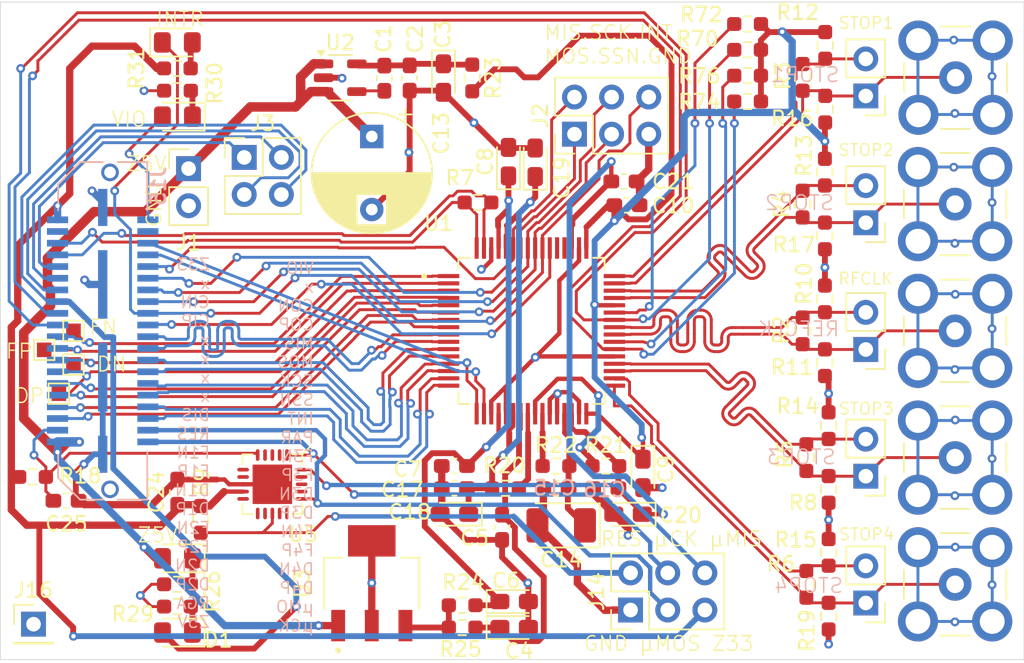
<source format=kicad_pcb>
(kicad_pcb (version 20240108) (generator "pcbnew") (generator_version "8.0")
  (layers (0 "F.Cu" signal) (1 "In1.Cu" signal) (2 "In2.Cu" signal) (31 "B.Cu" signal) (36 "B.SilkS" user "B.Silkscreen") (37 "F.SilkS" user "F.Silkscreen") (38 "B.Mask" user) (39 "F.Mask" user) (44 "Edge.Cuts" user))
  (net 0 "")
  (net 1 "Net-(U2-BYP)")
  (net 2 "TVDD33")
  (net 3 "GND")
  (net 4 "RVDD33")
  (net 5 "DVDD33")
  (net 6 "SZG5V")
  (net 7 "SZG33")
  (net 8 "/SYZYGY/R_GA")
  (net 9 "/Inputs/REFCLKN")
  (net 10 "/Inputs/REFCLKP")
  (net 11 "/Inputs/STOP1P")
  (net 12 "/Inputs/STOP1N")
  (net 13 "/Inputs/STOP2P")
  (net 14 "/Inputs/STOP2N")
  (net 15 "/Inputs/STOP3N")
  (net 16 "/Inputs/STOP3P")
  (net 17 "/Inputs/STOP4P")
  (net 18 "/Inputs/STOP4N")
  (net 19 "/SYZYGY/MCU_SCL_USCK")
  (net 20 "/SYZYGY/MCU_MISO")
  (net 21 "/SYZYGY/MCU_SDA_MOSI")
  (net 22 "/SYZYGY/MCU_RESET_B")
  (net 23 "/SYZYGY/SDO4N")
  (net 24 "/SYZYGY/SS_N")
  (net 25 "/SYZYGY/SDO1N")
  (net 26 "/SYZYGY/SDO2N")
  (net 27 "/SYZYGY/LCLKINN")
  (net 28 "/SYZYGY/FRAME2N")
  (net 29 "/SYZYGY/FRAME3P")
  (net 30 "/SYZYGY/SDO2P")
  (net 31 "/SYZYGY/RSVD_37")
  (net 32 "/SYZYGY/RSVD_38")
  (net 33 "/SYZYGY/FRAME1P")
  (net 34 "/SYZYGY/MISO")
  (net 35 "/SYZYGY/FRAME1N")
  (net 36 "/SYZYGY/LCLKOUTN")
  (net 37 "/SYZYGY/MOSI")
  (net 38 "/SYZYGY/LCLKOUTP")
  (net 39 "/SYZYGY/SDO3N")
  (net 40 "/SYZYGY/FRAME4N")
  (net 41 "Net-(D1-A)")
  (net 42 "/SYZYGY/REFRESP")
  (net 43 "/SYZYGY/SDO1P")
  (net 44 "/SYZYGY/VIO")
  (net 45 "/SYZYGY/FRAME2P")
  (net 46 "/SYZYGY/FRAME3N")
  (net 47 "/SYZYGY/SCK")
  (net 48 "Net-(D1-K)")
  (net 49 "Net-(D2-K)")
  (net 50 "Net-(D3-K)")
  (net 51 "/SYZYGY/SDO3P")
  (net 52 "/SYZYGY/DISABLEP")
  (net 53 "/SYZYGY/FRAME4P")
  (net 54 "/SYZYGY/SDO4P")
  (net 55 "/SYZYGY/INTERRUPT_N")
  (net 56 "/SYZYGY/PARITY")
  (net 57 "/SYZYGY/LCLKINP")
  (net 58 "Net-(U1-RSTIDXN)")
  (net 59 "Net-(U1-DISABLEN)")
  (net 60 "Net-(U1-REFOSCO)")
  (net 61 "Net-(U1-REFOSCI)")
  (net 75 "/Power/TVDD33O")
  (net 76 "/gpx2/CVDD18")
  (net 77 "/gpx2/TVDD18")
  (net 78 "/gpx2/DVDD18")
  (net 79 "/gpx2/DVDD18O")
  (net 80 "/gpx2/TVDD18O")
  (net 81 "/gpx2/CVDD18O")
  (net 82 "/Power/DVDD33O")
  (net 83 "Net-(D4-A)")
  (net 84 "Net-(J15-S25)")
  (net 85 "Net-(J15-S23)")
  (net 86 "Net-(J15-S27)")
  (footprint "Connector_PinHeader_2.54mm:PinHeader_1x02_P2.54mm_Vertical" (layer "F.Cu") (at 127.254 88.392)
    (property "Reference" "J1")
    (property "Value" "Conn_01x02" (hide yes))
  )
  (footprint "TestPoint:TestPoint_Pad_1.0x1.0mm" (layer "F.Cu") (at 117.382 100.795)
    (property "Reference" "FP1" (hide yes))
    (property "Value" "TestPoint_Probe" (hide yes))
  )
  (footprint "Marcel:SMB_Jack_Vertical_mod" (layer "F.Cu") (at 179.672 116.8432)
    (property "Reference" "J13" (hide yes))
    (property "Value" "Conn_Coaxial" (hide yes))
  )
  (footprint "Resistor_SMD:R_0603_1608Metric_Pad0.98x0.95mm_HandSolder" (layer "F.Cu") (at 169.246 90.8209 90)
    (property "Reference" "R4")
    (property "Value" "100" (hide yes))
  )
  (footprint "Resistor_SMD:R_0603_1608Metric_Pad0.98x0.95mm_HandSolder" (layer "F.Cu") (at 116.582 109.495)
    (property "Reference" "R18")
    (property "Value" "10K" (hide yes))
  )
  (footprint "Connector_PinHeader_2.54mm:PinHeader_1x02_P2.54mm_Vertical" (layer "F.Cu") (at 173.564 118.1182 180)
    (property "Reference" "J8" (hide yes))
    (property "Value" "Conn_01x02" (hide yes))
  )
  (footprint "Connector_PinHeader_2.54mm:PinHeader_1x02_P2.54mm_Vertical" (layer "F.Cu") (at 173.564 109.4441 180)
    (property "Reference" "J7" (hide yes))
    (property "Value" "Conn_01x02" (hide yes))
  )
  (footprint "Marcel:SMB_Jack_Vertical_mod" (layer "F.Cu") (at 179.672 90.8209)
    (property "Reference" "J11" (hide yes))
    (property "Value" "Conn_Coaxial" (hide yes))
  )
  (footprint "Resistor_SMD:R_0603_1608Metric_Pad0.98x0.95mm_HandSolder" (layer "F.Cu") (at 171.024 110.3466 -90)
    (property "Reference" "R8")
    (property "Value" "100k" (hide yes))
  )
  (footprint "Connector_PinHeader_2.54mm:PinHeader_2x03_P2.54mm_Vertical" (layer "F.Cu") (at 153.642 86.035 90)
    (property "Reference" "J2")
    (property "Value" "Conn_02x03_Counter_Clockwise" (hide yes))
  )
  (footprint "Capacitor_SMD:C_0603_1608Metric_Pad1.08x0.95mm_HandSolder" (layer "F.Cu") (at 145.4295 108.745 180)
    (property "Reference" "C7")
    (property "Value" "100n" (hide yes))
  )
  (footprint "Capacitor_SMD:C_0603_1608Metric_Pad1.08x0.95mm_HandSolder" (layer "F.Cu") (at 157.2295 90.895)
    (property "Reference" "C10")
    (property "Value" "100n" (hide yes))
  )
  (footprint "MountingHole:MountingHole_3.2mm_M3_DIN965" (layer "F.Cu") (at 131.382 116.995)
    (property "Reference" "H4" (hide yes))
    (property "Value" "MountingHole" (hide yes))
  )
  (footprint "Resistor_SMD:R_0603_1608Metric_Pad0.98x0.95mm_HandSolder" (layer "F.Cu") (at 169.246 99.495 90)
    (property "Reference" "R2")
    (property "Value" "100" (hide yes))
  )
  (footprint "LM3940IMPX-3.3_NOPB:SOT230P700X180-4N" (layer "F.Cu") (at 139.782 116.767 90)
    (property "Reference" "U3")
    (property "Value" "LM3940IMPX-3.3_NOPB" (hide yes))
  )
  (footprint "Capacitor_SMD:C_0603_1608Metric_Pad1.08x0.95mm_HandSolder" (layer "F.Cu") (at 140.642 82.205 90)
    (property "Reference" "C1")
    (property "Value" "1n" (hide yes))
  )
  (footprint "Resistor_SMD:R_0603_1608Metric_Pad0.98x0.95mm_HandSolder" (layer "F.Cu") (at 170.77 97.3075 90)
    (property "Reference" "R10")
    (property "Value" "100k" (hide yes))
  )
  (footprint "Resistor_SMD:R_0603_1608Metric_Pad0.98x0.95mm_HandSolder" (layer "F.Cu") (at 165.482 83.795)
    (property "Reference" "R74")
    (property "Value" "100k" (hide yes))
  )
  (footprint "Capacitor_SMD:C_0603_1608Metric_Pad1.08x0.95mm_HandSolder" (layer "F.Cu") (at 142.372 82.19 -90)
    (property "Reference" "C2")
    (property "Value" "100n" (hide yes))
  )
  (footprint "Resistor_SMD:R_0603_1608Metric_Pad0.98x0.95mm_HandSolder" (layer "F.Cu") (at 146.652 82.1875 -90)
    (property "Reference" "R23")
    (property "Value" "0" (hide yes))
  )
  (footprint "Capacitor_Tantalum_SMD:CP_EIA-2012-15_AVX-P_Pad1.30x1.05mm_HandSolder" (layer "F.Cu") (at 157.308 112.043 180)
    (property "Reference" "C20")
    (property "Value" "100u" (hide yes))
  )
  (footprint "Capacitor_THT:CP_Radial_D8.0mm_P5.00mm" (layer "F.Cu") (at 139.782 86.192349 -90)
    (property "Reference" "C13")
    (property "Value" "330u" (hide yes))
  )
  (footprint "Resistor_SMD:R_0603_1608Metric_Pad0.98x0.95mm_HandSolder" (layer "F.Cu") (at 126.492 83.058 180)
    (property "Reference" "R30")
    (property "Value" "75" (hide yes))
  )
  (footprint "Resistor_SMD:R_0603_1608Metric_Pad0.98x0.95mm_HandSolder" (layer "F.Cu") (at 170.77 92.9984 -90)
    (property "Reference" "R17")
    (property "Value" "100k" (hide yes))
  )
  (footprint "Resistor_SMD:R_0603_1608Metric_Pad0.98x0.95mm_HandSolder" (layer "F.Cu") (at 165.482 82.028332)
    (property "Reference" "R76")
    (property "Value" "100k" (hide yes))
  )
  (footprint "SYZYGY:QFN-24-4x4mm" (layer "F.Cu") (at 132.982 109.995 180)
    (property "Reference" "U5")
    (property "Value" "ATtiny44A-MU" (hide yes))
  )
  (footprint "Capacitor_Tantalum_SMD:CP_EIA-3528-21_Kemet-B_Pad1.50x2.35mm_HandSolder" (layer "F.Cu") (at 152.736 112.809 180)
    (property "Reference" "C14")
    (property "Value" "220u" (hide yes))
  )
  (footprint "Connector_PinHeader_2.54mm:PinHeader_2x03_P2.54mm_Vertical" (layer "F.Cu") (at 157.48 118.6 90)
    (property "Reference" "J14")
    (property "Value" "Conn_02x03_Odd_Even" (hide yes))
  )
  (footprint "Capacitor_Tantalum_SMD:CP_EIA-2012-15_AVX-P_Pad1.30x1.05mm_HandSolder" (layer "F.Cu") (at 145.4295 112.043 180)
    (property "Reference" "C18")
    (property "Value" "33u" (hide yes))
  )
  (footprint "TestPoint:TestPoint_Pad_1.0x1.0mm" (layer "F.Cu") (at 119.382 101.795)
    (property "Reference" "DN1" (hide yes))
    (property "Value" "TestPoint_Probe" (hide yes))
  )
  (footprint "Resistor_SMD:R_0603_1608Metric_Pad0.98x0.95mm_HandSolder" (layer "F.Cu") (at 170.77 101.6725 -90)
    (property "Reference" "R11")
    (property "Value" "100k" (hide yes))
  )
  (footprint "Connector_PinHeader_2.54mm:PinHeader_1x02_P2.54mm_Vertical" (layer "F.Cu") (at 173.564 100.77 180)
    (property "Reference" "J4" (hide yes))
    (property "Value" "Conn_01x02" (hide yes))
  )
  (footprint "Capacitor_SMD:C_0603_1608Metric_Pad1.08x0.95mm_HandSolder" (layer "F.Cu") (at 157.0263 89.2694)
    (property "Reference" "C21")
    (property "Value" "100n" (hide yes))
  )
  (footprint "MountingHole:MountingHole_3.2mm_M3_DIN965" (layer "F.Cu") (at 131.382 81.995)
    (property "Reference" "H3" (hide yes))
    (property "Value" "MountingHole" (hide yes))
  )
  (footprint "LED_SMD:LED_0805_2012Metric_Pad1.15x1.40mm_HandSolder" (layer "F.Cu") (at 126.483 79.756)
    (property "Reference" "D4" (hide yes))
    (property "Value" "LED" (hide yes))
  )
  (footprint "Resistor_SMD:R_0603_1608Metric_Pad0.98x0.95mm_HandSolder" (layer "F.Cu") (at 145.962 118.275)
    (property "Reference" "R24")
    (property "Value" "0" (hide yes))
  )
  (footprint "Capacitor_Tantalum_SMD:CP_EIA-2012-15_AVX-P_Pad1.30x1.05mm_HandSolder" (layer "F.Cu") (at 149.1292 87.917 90)
    (property "Reference" "C8")
    (property "Value" "33u" (hide yes))
  )
  (footprint "Capacitor_Tantalum_SMD:CP_EIA-2012-15_AVX-P_Pad1.30x1.05mm_HandSolder" (layer "F.Cu") (at 150.958 87.958 90)
    (property "Reference" "C19")
    (property "Value" "33u" (hide yes))
  )
  (footprint "Resistor_SMD:R_0603_1608Metric_Pad0.98x0.95mm_HandSolder" (layer "F.Cu") (at 165.482 80.261666)
    (property "Reference" "R70")
    (property "Value" "100k" (hide yes))
  )
  (footprint "Resistor_SMD:R_0603_1608Metric_Pad0.98x0.95mm_HandSolder" (layer "F.Cu") (at 170.77 88.6334 90)
    (property "Reference" "R13")
    (property "Value" "100k" (hide yes))
  )
  (footprint "Resistor_SMD:R_0603_1608Metric_Pad0.98x0.95mm_HandSolder" (layer "F.Cu") (at 126.492 116.84 180)
    (property "Reference" "R26")
    (property "Value" "330" (hide yes))
  )
  (footprint "LED_SMD:LED_0805_2012Metric_Pad1.15x1.40mm_HandSolder" (layer "F.Cu") (at 126.492 84.836 180)
    (property "Reference" "D3" (hide yes))
    (property "Value" "LED" (hide yes))
  )
  (footprint "Resistor_SMD:R_0603_1608Metric_Pad0.98x0.95mm_HandSolder" (layer "F.Cu") (at 165.482 78.495)
    (property "Reference" "R72")
    (property "Value" "100k" (hide yes))
  )
  (footprint "Capacitor_SMD:C_0603_1608Metric_Pad1.08x0.95mm_HandSolder" (layer "F.Cu") (at 126.482 110.5325 90)
    (property "Reference" "C24")
    (property "Value" "0.1uF" (hide yes))
  )
  (footprint "Resistor_SMD:R_0603_1608Metric_Pad0.98x0.95mm_HandSolder" (layer "F.Cu") (at 171.024 119.0207 -90)
    (property "Reference" "R19")
    (property "Value" "100k" (hide yes))
  )
  (footprint "TestPoint:TestPoint_Pad_1.0x1.0mm" (layer "F.Cu") (at 119.382 99.495)
    (property "Reference" "FN1" (hide yes))
    (property "Value" "TestPoint_Probe" (hide yes))
  )
  (footprint "Connector_PinHeader_2.54mm:PinHeader_2x02_P2.54mm_Vertical" (layer "F.Cu") (at 131.059 87.625)
    (property "Reference" "J3")
    (property "Value" "Conn_01x04" (hide yes))
  )
  (footprint "Resistor_SMD:R_0603_1608Metric_Pad0.98x0.95mm_HandSolder" (layer "F.Cu") (at 128.082 112.395 -90)
    (property "Reference" "R9")
    (property "Value" "10K" (hide yes))
  )
  (footprint "Resistor_SMD:R_0603_1608Metric_Pad0.98x0.95mm_HandSolder" (layer "F.Cu") (at 145.962 119.799)
    (property "Reference" "R25")
    (property "Value" "0" (hide yes))
  )
  (footprint "TDC_GPX2_FLQM:QFP50P1200X1200X160-64N" (layer "F.Cu") (at 150.704 99.495)
    (property "Reference" "U1")
    (property "Value" "TDC-GPX2_FLQM" (hide yes))
  )
  (footprint "Capacitor_Tantalum_SMD:CP_EIA-2012-15_AVX-P_Pad1.30x1.05mm_HandSolder" (layer "F.Cu") (at 149.518 119.799)
    (property "Reference" "C4")
    (property "Value" "33u" (hide yes))
  )
  (footprint "MountingHole:MountingHole_3.2mm_M3_DIN965" (layer "F.Cu") (at 121.382 116.495)
    (property "Reference" "H2" (hide yes))
    (property "Value" "MountingHole" (hide yes))
  )
  (footprint "Capacitor_SMD:C_0603_1608Metric_Pad1.08x0.95mm_HandSolder" (layer "F.Cu") (at 118.872 111.125)
    (property "Reference" "C25")
    (property "Value" "0.1uF DNP" (hide yes))
  )
  (footprint "Resistor_SMD:R_0603_1608Metric_Pad0.98x0.95mm_HandSolder" (layer "F.Cu") (at 126.483 81.534)
    (property "Reference" "R31")
    (property "Value" "330" (hide yes))
  )
  (footprint "Resistor_SMD:R_0603_1608Metric_Pad0.98x0.95mm_HandSolder" (layer "F.Cu") (at 171.024 105.9816 90)
    (property "Reference" "R14")
    (property "Value" "100k" (hide yes))
  )
  (footprint "Capacitor_Tantalum_SMD:CP_EIA-2012-15_AVX-P_Pad1.30x1.05mm_HandSolder" (layer "F.Cu") (at 149.518 118.021)
    (property "Reference" "C6")
    (property "Value" "33u" (hide yes))
  )
  (footprint "Capacitor_SMD:C_0603_1608Metric_Pad1.08x0.95mm_HandSolder" (layer "F.Cu") (at 155.784 110.269 180)
    (property "Reference" "C16")
    (property "Value" "100n" (hide yes))
  )
  (footprint "MountingHole:MountingHole_3.2mm_M3_DIN965" (layer "F.Cu") (at 121.382 82.495)
    (property "Reference" "H1" (hide yes))
    (property "Value" "MountingHole" (hide yes))
  )
  (footprint "Resistor_SMD:R_0603_1608Metric_Pad0.98x0.95mm_HandSolder" (layer "F.Cu") (at 169.5 116.8432 90)
    (property "Reference" "R6")
    (property "Value" "100" (hide yes))
  )
  (footprint "Capacitor_Tantalum_SMD:CP_EIA-2012-15_AVX-P_Pad1.30x1.05mm_HandSolder" (layer "F.Cu") (at 144.682 82.195 -90)
    (property "Reference" "C3")
    (property "Value" "100u" (hide yes))
  )
  (footprint "Resistor_SMD:R_0603_1608Metric_Pad0.98x0.95mm_HandSolder" (layer "F.Cu") (at 148.926 110.269 180)
    (property "Reference" "R20")
    (property "Value" "0" (hide yes))
  )
  (footprint "Capacitor_SMD:C_0603_1608Metric_Pad1.08x0.95mm_HandSolder" (layer "F.Cu") (at 145.4295 110.265 180)
    (property "Reference" "C17")
    (property "Value" "100n" (hide yes))
  )
  (footprint "Resistor_SMD:R_0603_1608Metric_Pad0.98x0.95mm_HandSolder" (layer "F.Cu") (at 152.3785 108.745)
    (property "Reference" "R22")
    (property "Value" "0" (hide yes))
  )
  (footprint "Resistor_SMD:R_0603_1608Metric_Pad0.98x0.95mm_HandSolder" (layer "F.Cu") (at 171.024 114.6557 90)
    (property "Reference" "R15")
    (property "Value" "100k" (hide yes))
  )
  (footprint "LED_SMD:LED_0805_2012Metric_Pad1.15x1.40mm_HandSolder" (layer "F.Cu") (at 126.492 115.062 180)
    (property "Reference" "D2" (hide yes))
    (property "Value" "LED" (hide yes))
  )
  (footprint "LED_SMD:LED_0805_2012Metric_Pad1.15x1.40mm_HandSolder" (layer "F.Cu") (at 126.492 120.142 180)
    (property "Reference" "D1")
    (property "Value" "LED" (hide yes))
  )
  (footprint "Connector_PinHeader_2.54mm:PinHeader_1x02_P2.54mm_Vertical" (layer "F.Cu") (at 173.564 83.4218 180)
    (property "Reference" "J5" (hide yes))
    (property "Value" "Conn_01x02" (hide yes))
  )
  (footprint "Marcel:SMB_Jack_Vertical_mod" (layer "F.Cu") (at 179.705 82.169)
    (property "Reference" "J10" (hide yes))
    (property "Value" "Conn_Coaxial" (hide yes))
  )
  (footprint "Package_TO_SOT_SMD:TSOT-23-5" (layer "F.Cu") (at 137.622 82.1725)
    (property "Reference" "U2")
    (property "Value" "LT1761-3.3" (hide yes))
  )
  (footprint "Capacitor_SMD:C_0603_1608Metric_Pad1.08x0.95mm_HandSolder" (layer "F.Cu") (at 148.692 112.9375 -90)
    (property "Reference" "C5")
    (property "Value" "100n" (hide yes))
  )
  (footprint "Resistor_SMD:R_0603_1608Metric_Pad0.98x0.95mm_HandSolder" (layer "F.Cu") (at 169.246 82.1468 90)
    (property "Reference" "R3")
    (property "Value" "100" (hide yes))
  )
  (footprint "Resistor_SMD:R_0603_1608Metric_Pad0.98x0.95mm_HandSolder" (layer "F.Cu") (at 147.0445 90.711 180)
    (property "Reference" "R7")
    (property "Value" "100" (hide yes))
  )
  (footprint "Resistor_SMD:R_0603_1608Metric_Pad0.98x0.95mm_HandSolder" (layer "F.Cu") (at 126.492 118.364 180)
    (property "Reference" "R29")
    (property "Value" "75" (hide yes))
  )
  (footprint "Resistor_SMD:R_0603_1608Metric_Pad0.98x0.95mm_HandSolder" (layer "F.Cu") (at 170.79 79.9593 90)
    (property "Reference" "R12")
    (property "Value" "100k" (hide yes))
  )
  (footprint "Resistor_SMD:R_0603_1608Metric_Pad0.98x0.95mm_HandSolder" (layer "F.Cu") (at 169.5 108.1691 90)
    (property "Reference" "R5")
    (property "Value" "100" (hide yes))
  )
  (footprint "Resistor_SMD:R_0603_1608Metric_Pad0.98x0.95mm_HandSolder" (layer "F.Cu") (at 155.788 108.745)
    (property "Reference" "R21")
    (property "Value" "0" (hide yes))
  )
  (footprint "Connector_PinHeader_2.54mm:PinHeader_1x01_P2.54mm_Vertical" (layer "F.Cu") (at 116.65 119.57)
    (property "Reference" "J16")
    (property "Value" "Conn_01x01" (hide yes))
  )
  (footprint "Capacitor_Tantalum_SMD:CP_EIA-2012-15_AVX-P_Pad1.30x1.05mm_HandSolder" (layer "F.Cu") (at 158.324 109.253 -90)
    (property "Reference" "C9")
    (property "Value" "33u" (hide yes))
  )
  (footprint "Capacitor_SMD:C_0603_1608Metric_Pad1.08x0.95mm_HandSolder" (layer "F.Cu") (at 152.3785 110.269 180)
    (property "Reference" "C15")
    (property "Value" "100n" (hide yes))
  )
  (footprint "Resistor_SMD:R_0603_1608Metric_Pad0.98x0.95mm_HandSolder" (layer "F.Cu") (at 170.79 84.3243 -90)
    (property "Reference" "R16")
    (property "Value" "100k" (hide yes))
  )
  (footprint "Marcel:SMB_Jack_Vertical_mod" (layer "F.Cu") (at 179.672 99.495)
    (property "Reference" "J9" (hide yes))
    (property "Value" "Conn_Coaxial" (hide yes))
  )
  (footprint "Marcel:SMB_Jack_Vertical_mod" (layer "F.Cu") (at 179.672 108.1691)
    (property "Reference" "J12" (hide yes))
    (property "Value" "Conn_Coaxial" (hide yes))
  )
  (footprint "Connector_PinHeader_2.54mm:PinHeader_1x02_P2.54mm_Vertical" (layer "F.Cu") (at 173.564 92.0959 180)
    (property "Reference" "J6" (hide yes))
    (property "Value" "Conn_01x02" (hide yes))
  )
  (footprint "TestPoint:TestPoint_Pad_1.0x1.0mm" (layer "F.Cu") (at 118.382 103.795)
    (property "Reference" "DP1" (hide yes))
    (property "Value" "TestPoint_Probe" (hide yes))
  )
  (footprint "SYZYGY:QTE-020-01-F-D-A" (layer "B.Cu") (at 121.382 99.495 90)
    (property "Reference" "J15")
    (property "Value" "SYZYGY_STD")
  )
  (gr_rect (start 114.382 76.995) (end 184.382 121.995) (stroke (width 0.05)) (fill none) (layer "Edge.Cuts"))
  (gr_text "STOP2\n" (at 171.45 91.313 0) (layer "B.SilkS") (effects (font (size 1 1) (thickness 0.1)) (justify left bottom mirror)))
  (gr_text "STOP4\n\n" (at 172.085 119.126 0) (layer "B.SilkS") (effects (font (size 1 1) (thickness 0.1)) (justify left bottom mirror)))
  (gr_text "Z33\nx\nCIN\nCIP\nx\nx\nx\nx\nDIS\nRES\nF1N\nF1P\nD1N\nD1P\nF2N\nF2P\nD2N\nD2P\nRGA\nZ5V\n" (at 128.778 119.888 0) (layer "B.SilkS") (effects (font (size 0.8 0.8) (thickness 0.1)) (justify left bottom mirror)))
  (gr_text "STOP1" (at 171.831 82.55 0) (layer "B.SilkS") (effects (font (size 1 1) (thickness 0.1)) (justify left bottom mirror)))
  (gr_text "REFCLK" (at 171.831 99.949 0) (layer "B.SilkS") (effects (font (size 1 1) (thickness 0.1)) (justify left bottom mirror)))
  (gr_text "STOP3\n" (at 171.577 108.712 0) (layer "B.SilkS") (effects (font (size 1 1) (thickness 0.1)) (justify left bottom mirror)))
  (gr_text "VIO\nx\nCON\nCOP\nMIS\nMOS\nSCK\nSSN\nINT\nPAR\nF3N\nF3P\nD3N\nD3P\nF4N\nF4P\nD4N\nD4P\nµMO\nµCK\n" (at 135.89 120.142 0) (layer "B.SilkS") (effects (font (size 0.8 0.8) (thickness 0.1)) (justify left bottom mirror)))
  (gr_text "DP" (at 115.316 104.521 0) (layer "F.SilkS") (effects (font (size 1 1) (thickness 0.1)) (justify left bottom)))
  (gr_text "STOP3" (at 171.65 105.29 0) (layer "F.SilkS") (effects (font (size 0.8 0.8) (thickness 0.1)) (justify left bottom)))
  (gr_text "Z5V\n" (at 122.936 88.646 0) (layer "F.SilkS") (effects (font (size 1 1) (thickness 0.1)) (justify left bottom)))
  (gr_text "RFCLK" (at 171.62 96.39 0) (layer "F.SilkS") (effects (font (size 0.8 0.8) (thickness 0.1)) (justify left bottom)))
  (gr_text "DN" (at 120.904 102.362 0) (layer "F.SilkS") (effects (font (size 1 1) (thickness 0.1)) (justify left bottom)))
  (gr_text "MIS.SCK.INT\nMOS.SSN.GND" (at 151.511 81.28 0) (layer "F.SilkS") (effects (font (size 1 1) (thickness 0.1)) (justify left bottom)))
  (gr_text "VIO\n" (at 121.92 85.598 0) (layer "F.SilkS") (effects (font (size 1 1) (thickness 0.1)) (justify left bottom)))
  (gr_text "STOP4" (at 171.67 113.89 0) (layer "F.SilkS") (effects (font (size 0.8 0.8) (thickness 0.1)) (justify left bottom)))
  (gr_text "FP" (at 114.681 101.473 0) (layer "F.SilkS") (effects (font (size 1 1) (thickness 0.1)) (justify left bottom)))
  (gr_text "Z5V\n" (at 123.698 114.046 0) (layer "F.SilkS") (effects (font (size 1 1) (thickness 0.1)) (justify left bottom)))
  (gr_text "RES µCK µMIS" (at 155.371 114.319 0) (layer "F.SilkS") (effects (font (size 1 1) (thickness 0.1)) (justify left bottom)))
  (gr_text "GND\n" (at 125.476 92.456 90) (layer "F.SilkS") (effects (font (size 1 1) (thickness 0.1)) (justify left bottom)))
  (gr_text "STOP1" (at 171.64 78.89 0) (layer "F.SilkS") (effects (font (size 0.8 0.8) (thickness 0.1)) (justify left bottom)))
  (gr_text "STOP2" (at 171.64 87.59 0) (layer "F.SilkS") (effects (font (size 0.8 0.8) (thickness 0.1)) (justify left bottom)))
  (gr_text "FN" (at 120.396 99.822 0) (layer "F.SilkS") (effects (font (size 1 1) (thickness 0.1)) (justify left bottom)))
  (gr_text "INTR\n" (at 124.968 78.74 0) (layer "F.SilkS") (effects (font (size 1 1) (thickness 0.1)) (justify left bottom)))
  (gr_text "GND µMOS Z33 \n" (at 154.21 121.48 0) (layer "F.SilkS") (effects (font (size 1 1) (thickness 0.1)) (justify left bottom)))
  (segment (start 138.8145 83.0675) (end 138.7595 83.1225) (width 0.2) (layer "F.Cu") (net 1))
  (segment (start 140.642 83.0675) (end 138.8145 83.0675) (width 0.2) (layer "F.Cu") (net 1))
  (segment (start 170.77 86.52) (end 170.77 85.2568) (width 0.4) (layer "F.Cu") (net 2))
  (segment (start 155.211 105.165) (end 154.454 105.165) (width 0.3) (layer "F.Cu") (net 2))
  (segment (start 154.454 92.3966) (end 154.454 93.825) (width 0.3) (layer "F.Cu") (net 2))
  (segment (start 167.8292 79.0468) (end 166.9463 79.0468) (width 0.4) (layer "F.Cu") (net 2))
  (segment (start 150.205654 82.145) (end 151.158346 82.145) (width 0.4) (layer "F.Cu") (net 2))
  (segment (start 166.3945 80.261666) (end 166.3945 79.5986) (width 0.4) (layer "F.Cu") (net 2))
  (segment (start 170.77 85.2568) (end 170.79 85.2368) (width 0.4) (layer "F.Cu") (net 2))
  (segment (start 170.77 96.395) (end 170.77 95.156) (width 0.4) (layer "F.Cu") (net 2))
  (segment (start 154.4632 92.3874) (end 154.454 92.3966) (width 0.3) (layer "F.Cu") (net 2))
  (segment (start 156.367 91.92) (end 156.372 91.915) (width 0.4) (layer "F.Cu") (net 2))
  (segment (start 158.324 108.278) (end 155.211 105.165) (width 0.3) (layer "F.Cu") (net 2))
  (segment (start 148.157 81.595) (end 149.655654 81.595) (width 0.4) (layer "F.Cu") (net 2))
  (segment (start 166.3945 79.5986) (end 166.9463 79.0468) (width 0.4) (layer "F.Cu") (net 2))
  (segment (start 156.372 91.915) (end 156.372 91.965) (width 0.4) (layer "F.Cu") (net 2))
  (segment (start 171.024 102.839) (end 170.77 102.585) (width 0.4) (layer "F.Cu") (net 2))
  (segment (start 171.024 113.7432) (end 171.024 112.428) (width 0.4) (layer "F.Cu") (net 2))
  (segment (start 158.567642 91.865) (end 157.337 91.865) (width 0.4) (layer "F.Cu") (net 2))
  (segment (start 171.024 112.428) (end 171.024 111.2591) (width 0.4) (layer "F.Cu") (net 2))
  (segment (start 151.158346 82.145) (end 154.008346 79.295) (width 0.4) (layer "F.Cu") (net 2))
  (segment (start 170.79 79.0468) (end 167.8688 79.0468) (width 0.4) (layer "F.Cu") (net 2))
  (segment (start 166.3945 82.028332) (end 166.3945 80.261666) (width 0.4) (layer "F.Cu") (net 2))
  (segment (start 156.367 90.895) (end 156.367 91.92) (width 0.4) (layer "F.Cu") (net 2))
  (segment (start 146.652 83.1) (end 148.157 81.595) (width 0.4) (layer "F.Cu") (net 2))
  (segment (start 158.324 106.877) (end 158.242 106.795) (width 0.3) (layer "F.Cu") (net 2))
  (segment (start 158.709208 79.295) (end 160.282 80.867792) (width 0.4) (layer "F.Cu") (net 2))
  (segment (start 171.024 105.0691) (end 171.024 103.792) (width 0.4) (layer "F.Cu") (net 2))
  (segment (start 160.282 90.150642) (end 158.567642 91.865) (width 0.4) (layer "F.Cu") (net 2))
  (segment (start 170.77 95.156) (end 170.77 93.9109) (width 0.4) (layer "F.Cu") (net 2))
  (segment (start 156.374 97.745) (end 155.071 97.745) (width 0.3) (layer "F.Cu") (net 2))
  (segment (start 167.8688 79.0468) (end 167.849 79.027) (width 0.4) (layer "F.Cu") (net 2))
  (segment (start 167.849 79.027) (end 167.8292 79.0468) (width 0.4) (layer "F.Cu") (net 2))
  (segment (start 149.655654 81.595) (end 150.205654 82.145) (width 0.4) (layer "F.Cu") (net 2))
  (segment (start 166.9463 79.0468) (end 166.3945 78.495) (width 0.4) (layer "F.Cu") (net 2))
  (segment (start 171.024 119.9332) (end 171.024 120.937) (width 0.4) (layer "F.Cu") (net 2))
  (segment (start 156.372 91.965) (end 156.322 91.965) (width 0.4) (layer "F.Cu") (net 2))
  (segment (start 156.038 90.8126) (end 154.4632 92.3874) (width 0.4) (layer "F.Cu") (net 2))
  (segment (start 156.322 91.965) (end 156.362 91.925) (width 0.4) (layer "F.Cu") (net 2))
  (segment (start 160.282 80.867792) (end 160.282 90.150642) (width 0.4) (layer "F.Cu") (net 2))
  (segment (start 170.77 87.7209) (end 170.77 86.52) (width 0.4) (layer "F.Cu") (net 2))
  (segment (start 154.008346 79.295) (end 158.709208 79.295) (width 0.4) (layer "F.Cu") (net 2))
  (segment (start 155.071 97.745) (end 155.022 97.696) (width 0.3) (layer "F.Cu") (net 2))
  (segment (start 158.324 108.278) (end 158.324 106.877) (width 0.3) (layer "F.Cu") (net 2))
  (segment (start 157.337 91.865) (end 156.367 90.895) (width 0.4) (layer "F.Cu") (net 2))
  (segment (start 171.024 103.792) (end 171.024 102.839) (width 0.4) (layer "F.Cu") (net 2))
  (segment (start 166.3945 83.795) (end 166.3945 82.028332) (width 0.4) (layer "F.Cu") (net 2))
  (via (at 171.024 120.937) (size 0.6) (drill 0.3) (layers "F.Cu" "B.Cu") (net 2))
  (via (at 158.242 106.795) (size 0.6) (drill 0.3) (layers "F.Cu" "B.Cu") (net 2))
  (via (at 155.022 97.696) (size 0.6) (drill 0.3) (layers "F.Cu" "B.Cu") (net 2))
  (via (at 171.024 112.428) (size 0.6) (drill 0.3) (layers "F.Cu" "B.Cu") (net 2))
  (via (at 170.77 86.52) (size 0.6) (drill 0.3) (layers "F.Cu" "B.Cu") (net 2))
  (via (at 170.77 95.156) (size 0.6) (drill 0.3) (layers "F.Cu" "B.Cu") (net 2))
  (via (at 156.372 91.965) (size 0.6) (drill 0.3) (layers "F.Cu" "B.Cu") (net 2))
  (via (at 171.024 103.792) (size 0.6) (drill 0.3) (layers "F.Cu" "B.Cu") (net 2))
  (via (at 167.849 79.027) (size 0.6) (drill 0.3) (layers "F.Cu" "B.Cu") (net 2))
  (segment (start 168.529 84.545) (end 168.529 79.707) (width 0.5) (layer "B.Cu") (net 2))
  (segment (start 155.022 93.315) (end 155.022 97.696) (width 0.4) (layer "B.Cu") (net 2))
  (segment (start 168.529 79.707) (end 167.849 79.027) (width 0.5) (layer "B.Cu") (net 2))
  (segment (start 161.454 84.545) (end 168.529 84.545) (width 0.5) (layer "B.Cu") (net 2))
  (segment (start 156.372 91.965) (end 161.132 87.205) (width 0.5) (layer "B.Cu") (net 2))
  (segment (start 158.242 106.795) (end 158.202 106.755) (width 0.3) (layer "B.Cu") (net 2))
  (segment (start 155.022 97.696) (end 155.022 102.67505) (width 0.4) (layer "B.Cu") (net 2))
  (segment (start 161.132 84.867) (end 161.454 84.545) (width 0.5) (layer "B.Cu") (net 2))
  (segment (start 168.795 84.545) (end 170.77 86.52) (width 0.5) (layer "B.Cu") (net 2))
  (segment (start 155.022 102.67505) (end 158.242 105.89505) (width 0.4) (layer "B.Cu") (net 2))
  (segment (start 156.372 91.965) (end 155.022 93.315) (width 0.4) (layer "B.Cu") (net 2))
  (segment (start 168.529 84.545) (end 168.795 84.545) (width 0.5) (layer "B.Cu") (net 2))
  (segment (start 161.132 87.205) (end 161.132 84.867) (width 0.5) (layer "B.Cu") (net 2))
  (segment (start 158.242 105.89505) (end 158.242 106.795) (width 0.4) (layer "B.Cu") (net 2))
  (segment (start 148.692 113.8) (end 148.692 114.988) (width 0.4) (layer "F.Cu") (net 3))
  (segment (start 139.782 119.667) (end 139.782 116.746) (width 0.5) (layer "F.Cu") (net 3))
  (segment (start 142.372 88.602349) (end 142.372 87.332) (width 0.4) (layer "F.Cu") (net 3))
  (segment (start 158.092 89.4726) (end 157.8888 89.2694) (width 0.5) (layer "F.Cu") (net 3))
  (segment (start 153.842 116.758) (end 155.702 118.618) (width 0.5) (layer "F.Cu") (net 3))
  (segment (start 146.2115 113.8) (end 148.692 113.8) (width 0.4) (layer "F.Cu") (net 3))
  (segment (start 126.482 109.67) (end 129.205 109.67) (width 0.4) (layer "F.Cu") (net 3))
  (segment (start 155.702 118.618) (end 156.21 118.618) (width 0.5) (layer "F.Cu") (net 3))
  (segment (start 124.714 118.364) (end 123.952 117.602) (width 0.2) (layer "F.Cu") (net 3))
  (segment (start 158.722 88.4362) (end 158.722 86.035) (width 0.5) (layer "F.Cu") (net 3))
  (segment (start 150.962778 101.305778) (end 152.609 99.659556) (width 0.3) (layer "F.Cu") (net 3))
  (segment (start 146.762 85.25) (end 144.682 83.17) (width 0.4) (layer "F.Cu") (net 3))
  (segment (start 124.762 111.39) (end 126.482 109.67) (width 0.5) (layer "F.Cu") (net 3))
  (segment (start 124.714 116.84) (end 125.5795 116.84) (width 0.2) (layer "F.Cu") (net 3))
  (segment (start 129.205 109.67) (end 129.705528 109.67) (width 0.3) (layer "F.Cu") (net 3))
  (segment (start 142.372 87.332) (end 142.322 87.282) (width 0.4) (layer "F.Cu") (net 3))
  (segment (start 152.454 103.82) (end 152.454 105.165) (width 0.3) (layer "F.Cu") (net 3))
  (segment (start 158.092 90.895) (end 158.092 89.4726) (width 0.5) (layer "F.Cu") (net 3))
  (segment (start 152.454 103.764) (end 152.482 103.792) (width 0.3) (layer "F.Cu") (net 3))
  (segment (start 152.609 99.659556) (end 152.609 96.045) (width 0.3) (layer "F.Cu") (net 3))
  (segment (start 148.692 114.988) (end 150.45 116.746) (width 0.4) (layer "F.Cu") (net 3))
  (segment (start 139.782 91.192349) (end 142.372 88.602349) (width 0.4) (layer "F.Cu") (net 3))
  (segment (start 123.952 117.602) (end 124.714 116.84) (width 0.2) (layer "F.Cu") (net 3))
  (segment (start 130.030528 109.995) (end 130.982 109.995) (width 0.3) (layer "F.Cu") (net 3))
  (segment (start 157.308 113.018) (end 156.333 112.043) (width 0.5) (layer "F.Cu") (net 3))
  (segment (start 146.767 85.25) (end 146.762 85.25) (width 0.4) (layer "F.Cu") (net 3))
  (segment (start 149.1292 86.942) (end 148.454 86.942) (width 0.4) (layer "F.Cu") (net 3))
  (segment (start 152.482 103.792) (end 152.454 103.82) (width 0.3) (layer "F.Cu") (net 3))
  (segment (start 147.954 94.675444) (end 147.346444 95.283) (width 0.3) (layer "F.Cu") (net 3))
  (segment (start 119.5445 110.795) (end 120.1395 111.39) (width 0.5) (layer "F.Cu") (net 3))
  (segment (start 153.332444 103.693) (end 152.454 103.693) (width 0.3) (layer "F.Cu") (net 3))
  (segment (start 142.322 87.282) (end 142.372 87.232) (width 0.4) (layer "F.Cu") (net 3))
  (segment (start 150.493 116.789) (end 150.45 116.746) (width 0.4) (layer "F.Cu") (net 3))
  (segment (start 129.705528 109.67) (end 130.030528 109.995) (width 0.3) (layer "F.Cu") (net 3))
  (segment (start 151.111 112.809) (end 153.842 115.54) (width 0.5) (layer "F.Cu") (net 3))
  (segment (start 150.493 119.799) (end 150.493 118.021) (width 0.4) (layer "F.Cu") (net 3))
  (segment (start 147.954 93.825) (end 147.954 94.675444) (width 0.3) (layer "F.Cu") (net 3))
  (segment (start 154.9215 110.6315) (end 156.333 112.043) (width 0.5) (layer "F.Cu") (net 3))
  (segment (start 151.954 104.193) (end 152.454 103.693) (width 0.3) (layer "F.Cu") (net 3))
  (segment (start 144.4545 112.043) (end 146.2115 113.8) (width 0.4) (layer "F.Cu") (net 3))
  (segment (start 150.958 86.983) (end 149.1702 86.983) (width 0.4) (layer "F.Cu") (net 3))
  (segment (start 142.372 87.232) (end 142.372 83.0525) (width 0.4) (layer "F.Cu") (net 3))
  (segment (start 150.962778 101.305778) (end 148.891778 103.376778) (width 0.3) (layer "F.Cu") (net 3))
  (segment (start 151.954 105.165) (end 151.954 104.193) (width 0.3) (layer "F.Cu") (net 3))
  (segment (start 125.5795 83.058) (end 124.206 83.058) (width 0.2) (layer "F.Cu") (net 3))
  (segment (start 139.782 116.746) (end 139.782 113.867) (width 0.5) (layer "F.Cu") (net 3))
  (segment (start 148.454 86.942) (end 146.767 85.255) (width 0.4) (layer "F.Cu") (net 3))
  (segment (start 148.954 103.439) (end 148.954 104.957893) (width 0.3) (layer "F.Cu") (net 3))
  (segment (start 144.567 110.265) (end 144.567 111.9305) (width 0.5) (layer "F.Cu") (net 3))
  (segment (start 136.4845 82.1725) (end 137.7205 82.1725) (width 0.4) (layer "F.Cu") (net 3))
  (segment (start 147.954 105.165) (end 147.954 104.314556) (width 0.3) (layer "F.Cu") (net 3))
  (segment (start 120.1395 111.39) (end 124.762 111.39) (width 0.5) (layer "F.Cu") (net 3))
  (segment (start 144.567 108.745) (end 144.567 110.265) (width 0.5) (layer "F.Cu") (net 3))
  (segment (start 125.5795 118.364) (end 124.714 118.364) (width 0.2) (layer "F.Cu") (net 3))
  (segment (start 151.516 112.404) (end 151.111 112.809) (width 0.5) (layer "F.Cu") (net 3))
  (segment (start 153.954 94.7) (end 153.954 93.825) (width 0.3) (layer "F.Cu") (net 3))
  (segment (start 153.954 104.314556) (end 153.332444 103.693) (width 0.3) (layer "F.Cu") (net 3))
  (segment (start 152.454 103.693) (end 152.454 103.764) (width 0.3) (layer "F.Cu") (net 3))
  (segment (start 146.767 85.255) (end 146.767 85.25) (width 0.4) (layer "F.Cu") (net 3))
  (segment (start 159.647 110.228) (end 158.324 110.228) (width 0.5) (layer "F.Cu") (net 3))
  (segment (start 148.891778 103.376778) (end 148.954 103.439) (width 0.3) (layer "F.Cu") (net 3))
  (segment (start 137.7205 82.1725) (end 137.75 82.202) (width 0.4) (layer "F.Cu") (net 3))
  (segment (start 151.023556 101.245) (end 156.374 101.245) (width 0.3) (layer "F.Cu") (net 3))
  (segment (start 156.228 118.6) (end 157.48 118.6) (width 0.5) (layer "F.Cu") (net 3))
  (segment (start 157.308 113.493) (end 157.308 113.018) (width 0.5) (layer "F.Cu") (net 3))
  (segment (start 154.9215 110.269) (end 154.9215 110.6315) (width 0.5) (layer "F.Cu") (net 3))
  (segment (start 153.842 115.54) (end 153.842 116.758) (width 0.5) (layer "F.Cu") (net 3))
  (segment (start 150.493 118.021) (end 150.493 116.789) (width 0.4) (layer "F.Cu") (net 3))
  (segment (start 144.567 111.9305) (end 144.4545 112.043) (width 0.5) (layer "F.Cu") (net 3))
  (segment (start 150.962778 101.305778) (end 151.023556 101.245) (width 0.3) (layer "F.Cu") (net 3))
  (segment (start 119.5445 110.795) (end 119.5445 109.1705) (width 0.4) (layer "F.Cu") (net 3))
  (segment (start 147.346444 95.283) (end 147.275 95.283) (width 0.3) (layer "F.Cu") (net 3))
  (segment (start 152.609 96.045) (end 153.954 94.7) (width 0.3) (layer "F.Cu") (net 3))
  (segment (start 157.8888 90.6918) (end 158.092 90.895) (width 0.3) (layer "F.Cu") (net 3))
  (segment (start 119.5445 109.1705) (end 120.097 108.618) (width 0.4) (layer "F.Cu") (net 3))
  (segment (start 147.954 104.314556) (end 148.891778 103.376778) (width 0.3) (layer "F.Cu") (net 3))
  (segment (start 142.372 83.0525) (end 144.5645 83.0525) (width 0.4) (layer "F.Cu") (net 3))
  (segment (start 149.1702 86.983) (end 149.1292 86.942) (width 0.4) (layer "F.Cu") (net 3))
  (segment (start 157.8888 89.2694) (end 158.722 88.4362) (width 0.5) (layer "F.Cu") (net 3))
  (segment (start 144.5645 83.0525) (end 144.682 83.17) (width 0.4) (layer "F.Cu") (net 3))
  (segment (start 153.954 105.165) (end 153.954 104.314556) (width 0.3) (layer "F.Cu") (net 3))
  (segment (start 132.982 109.995) (end 130.982 109.995) (width 0.3) (layer "F.Cu") (net 3))
  (segment (start 151.516 110.269) (end 151.516 112.404) (width 0.5) (layer "F.Cu") (net 3))
  (segment (start 156.21 118.618) (end 156.228 118.6) (width 0.5) (layer "F.Cu") (net 3))
  (via (at 147.275 95.283) (size 0.6) (drill 0.3) (layers "F.Cu" "B.Cu") (net 3))
  (via (at 179.682 114.295) (size 0.6) (drill 0.3) (layers "F.Cu" "B.Cu") (net 3))
  (via (at 152.482 103.792) (size 0.6) (drill 0.3) (layers "F.Cu" "B.Cu") (net 3))
  (via (at 182.2 90.711) (size 0.6) (drill 0.3) (layers "F.Cu" "B.Cu") (net 3))
  (via (at 146.767 85.25) (size 0.6) (drill 0.3) (layers "F.Cu" "B.Cu") (net 3))
  (via (at 159.647 110.228) (size 0.6) (drill 0.3) (layers "F.Cu" "B.Cu") (net 3))
  (via (at 182.2 108.237) (size 0.6) (drill 0.3) (layers "F.Cu" "B.Cu") (net 3))
  (via (at 142.322 87.282) (size 0.6) (drill 0.3) (layers "F.Cu" "B.Cu") (net 3))
  (via (at 150.962778 101.305778) (size 0.6) (drill 0.3) (layers "F.Cu" "B.Cu") (net 3))
  (via (at 179.682 105.595) (size 0.6) (drill 0.3) (layers "F.Cu" "B.Cu") (net 3))
  (via (at 123.952 117.602) (size 0.6) (drill 0.3) (layers "F.Cu" "B.Cu") (net 3))
  (via (at 157.308 113.493) (size 0.6) (drill 0.3) (layers "F.Cu" "B.Cu") (net 3))
  (via (at 120.142 96.012) (size 0.6) (drill 0.3) (layers "F.Cu" "B.Cu") (net 3))
  (via (at 179.66 110.777) (size 0.6) (drill 0.3) (layers "F.Cu" "B.Cu") (net 3))
  (via (at 124.206 83.058) (size 0.6) (drill 0.3) (layers "F.Cu" "B.Cu") (net 3))
  (via (at 179.66 119.413) (size 0.6) (drill 0.3) (layers "F.Cu" "B.Cu") (net 3))
  (via (at 120.097 108.618) (size 0.6) (drill 0.3) (layers "F.Cu" "B.Cu") (net 3))
  (via (at 179.582 88.295) (size 0.6) (drill 0.3) (layers "F.Cu" "B.Cu") (net 3))
  (via (at 137.75 82.202) (size 0.6) (drill 0.3) (layers "F.Cu" "B.Cu") (net 3))
  (via (at 182.2 82.075) (size 0.6) (drill 0.3) (layers "F.Cu" "B.Cu") (net 3))
  (via (at 182.2 116.873) (size 0.6) (drill 0.3) (layers "F.Cu" "B.Cu") (net 3))
  (via (at 179.66 93.505) (size 0.6) (drill 0.3) (layers "F.Cu" "B.Cu") (net 3))
  (via (at 179.66 102.141) (size 0.6) (drill 0.3) (layers "F.Cu" "B.Cu") (net 3))
  (via (at 150.45 116.746) (size 0.6) (drill 0.3) (layers "F.Cu" "B.Cu") (net 3))
  (via (at 179.582 79.595) (size 0.6) (drill 0.3) (layers "F.Cu" "B.Cu") (net 3))
  (via (at 182.2 99.347) (size 0.6) (drill 0.3) (layers "F.Cu" "B.Cu") (net 3))
  (via (at 120.65 89.916) (size 0.6) (drill 0.3) (layers "F.Cu" "B.Cu") (net 3))
  (via (at 179.66 84.615) (size 0.6) (drill 0.3) (layers "F.Cu" "B.Cu") (net 3))
  (via (at 139.782 116.746) (size 0.6) (drill 0.3) (layers "F.Cu" "B.Cu") (net 3))
  (via (at 179.682 96.995) (size 0.6) (drill 0.3) (layers "F.Cu" "B.Cu") (net 3))
  (segment (start 182.2 82.075) (end 182.212 82.063) (width 0.2) (layer "B.Cu") (net 3))
  (segment (start 179.6738 114.3032) (end 179.682 114.295) (width 0.2) (layer "B.Cu") (net 3))
  (segment (start 177.132 114.3032) (end 177.132 119.3832) (width 0.2) (layer "B.Cu") (net 3))
  (segment (start 177.132 93.3609) (end 179.5159 93.3609) (width 0.2) (layer "B.Cu") (net 3))
  (segment (start 177.132 84.6868) (end 177.132 79.6068) (width 0.2) (layer "B.Cu") (net 3))
  (segment (start 179.5702 79.6068) (end 179.582 79.595) (width 0.2) (layer "B.Cu") (net 3))
  (segment (start 177.132 119.3832) (end 179.6302 119.3832) (width 0.2) (layer "B.Cu") (net 3))
  (segment (start 179.66 84.615) (end 179.5882 84.6868) (width 0.2) (layer "B.Cu") (net 3))
  (segment (start 179.554 102.035) (end 179.66 102.141) (width 0.2) (layer "B.Cu") (net 3))
  (segment (start 179.766 102.035) (end 182.212 102.035) (width 0.2) (layer "B.Cu") (net 3))
  (segment (start 120.45 96.32) (end 120.142 96.012) (width 0.5) (layer "B.Cu") (net 3))
  (segment (start 177.132 105.6291) (end 177.132 110.7091) (width 0.2) (layer "B.Cu") (net 3))
  (segment (start 182.212 105.6291) (end 182.212 108.225) (width 0.2) (layer "B.Cu") (net 3))
  (segment (start 121.382 96.32) (end 120.45 96.32) (width 0.5) (layer "B.Cu") (net 3))
  (segment (start 182.212 116.885) (end 182.212 119.3832) (width 0.2) (layer "B.Cu") (net 3))
  (segment (start 182.2 99.347) (end 182.212 99.335) (width 0.2) (layer "B.Cu") (net 3))
  (segment (start 179.66 119.413) (end 179.6898 119.3832) (width 0.2) (layer "B.Cu") (net 3))
  (segment (start 179.66 110.777) (end 179.5921 110.7091) (width 0.2) (layer "B.Cu") (net 3))
  (segment (start 179.8041 93.3609) (end 182.212 93.3609) (width 0.2) (layer "B.Cu") (net 3))
  (segment (start 121.382 90.648) (end 120.65 89.916) (width 0.5) (layer "B.Cu") (net 3))
  (segment (start 177.132 79.6068) (end 179.5702 79.6068) (width 0.2) (layer "B.Cu") (net 3))
  (segment (start 121.382 107.94) (end 121.382 102.67) (width 0.4) (layer "B.Cu") (net 3))
  (segment (start 182.212 90.723) (end 182.2 90.711) (width 0.2) (layer "B.Cu") (net 3))
  (segment (start 177.132 96.955) (end 177.132 102.035) (width 0.2) (layer "B.Cu") (net 3))
  (segment (start 179.66 93.505) (end 179.8041 93.3609) (width 0.2) (layer "B.Cu") (net 3))
  (segment (start 179.7279 110.7091) (end 179.66 110.777) (width 0.2) (layer "B.Cu") (net 3))
  (segment (start 182.212 99.335) (end 182.212 96.955) (width 0.2) (layer "B.Cu") (net 3))
  (segment (start 179.5159 93.3609) (end 179.66 93.505) (width 0.2) (layer "B.Cu") (net 3))
  (segment (start 120.775 107.94) (end 120.097 108.618) (width 0.4) (layer "B.Cu") (net 3))
  (segment (start 179.6479 105.6291) (end 179.682 105.595) (width 0.2) (layer "B.Cu") (net 3))
  (segment (start 179.722 96.955) (end 182.212 96.955) (width 0.2) (layer "B.Cu") (net 3))
  (segment (start 182.212 99.359) (end 182.2 99.347) (width 0.2) (layer "B.Cu") (net 3))
  (segment (start 179.582 88.295) (end 179.5961 88.2809) (width 0.2) (layer "B.Cu") (net 3))
  (segment (start 182.212 110.7091) (end 179.7279 110.7091) (width 0.2) (layer "B.Cu") (net 3))
  (segment (start 182.212 108.249) (end 182.212 110.7091) (width 0.2) (layer "B.Cu") (net 3))
  (segment (start 179.5961 88.2809) (end 182.212 88.2809) (width 0.2) (layer "B.Cu") (net 3))
  (segment (start 179.5882 84.6868) (end 177.132 84.6868) (width 0.2) (layer "B.Cu") (net 3))
  (segment (start 179.6302 119.3832) (end 179.66 119.413) (width 0.2) (layer "B.Cu") (net 3))
  (segment (start 179.6898 119.3832) (end 182.212 119.3832) (width 0.2) (layer "B.Cu") (net 3))
  (segment (start 121.382 91.05) (end 121.382 90.648) (width 0.5) (layer "B.Cu") (net 3))
  (segment (start 179.7318 84.6868) (end 179.66 84.615) (width 0.2) (layer "B.Cu") (net 3))
  (segment (start 177.132 96.955) (end 179.642 96.955) (width 0.2) (layer "B.Cu") (net 3))
  (segment (start 182.2 108.237) (end 182.212 108.249) (width 0.2) (layer "B.Cu") (net 3))
  (segment (start 179.682 114.295) (end 179.6902 114.3032) (width 0.2) (layer "B.Cu") (net 3))
  (segment (start 177.132 88.2809) (end 179.5679 88.2809) (width 0.2) (layer "B.Cu") (net 3))
  (segment (start 179.6902 114.3032) (end 182.212 114.3032) (width 0.2) (layer "B.Cu") (net 3))
  (segment (start 179.5921 110.7091) (end 177.132 110.7091) (width 0.2) (layer "B.Cu") (net 3))
  (segment (start 182.212 84.6868) (end 179.7318 84.6868) (width 0.2) (layer "B.Cu") (net 3))
  (segment (start 177.132 114.3032) (end 179.6738 114.3032) (width 0.2) (layer "B.Cu") (net 3))
  (segment (start 179.582 79.595) (end 179.5938 79.6068) (width 0.2) (layer "B.Cu") (net 3))
  (segment (start 179.682 105.595) (end 179.7161 105.6291) (width 0.2) (layer "B.Cu") (net 3))
  (segment (start 182.212 90.699) (end 182.212 88.2809) (width 0.2) (layer "B.Cu") (net 3))
  (segment (start 121.382 107.94) (end 120.775 107.94) (width 0.4) (layer "B.Cu") (net 3))
  (segment (start 182.212 82.087) (end 182.2 82.075) (width 0.2) (layer "B.Cu") (net 3))
  (segment (start 182.212 102.035) (end 182.212 99.359) (width 0.2) (layer "B.Cu") (net 3))
  (segment (start 182.2 116.873) (end 182.212 116.885) (width 0.2) (layer "B.Cu") (net 3))
  (segment (start 179.5938 79.6068) (end 182.212 79.6068) (width 0.2) (layer "B.Cu") (net 3))
  (segment (start 182.212 116.861) (end 182.2 116.873) (width 0.2) (layer "B.Cu") (net 3))
  (segment (start 182.2 90.711) (end 182.212 90.699) (width 0.2) (layer "B.Cu") (net 3))
  (segment (start 182.212 108.225) (end 182.2 108.237) (width 0.2) (layer "B.Cu") (net 3))
  (segment (start 182.212 93.3609) (end 182.212 90.723) (width 0.2) (layer "B.Cu") (net 3))
  (segment (start 179.642 96.955) (end 179.682 96.995) (width 0.2) (layer "B.Cu") (net 3))
  (segment (start 121.382 91.05) (end 121.547 91.215) (width 0.4) (layer "B.Cu") (net 3))
  (segment (start 179.5679 88.2809) (end 179.582 88.295) (width 0.2) (layer "B.Cu") (net 3))
  (segment (start 182.212 84.6868) (end 182.212 82.087) (width 0.2) (layer "B.Cu") (net 3))
  (segment (start 179.682 96.995) (end 179.722 96.955) (width 0.2) (layer "B.Cu") (net 3))
  (segment (start 182.212 82.063) (end 182.212 79.6068) (width 0.2) (layer "B.Cu") (net 3))
  (segment (start 177.132 88.2809) (end 177.132 93.3609) (width 0.2) (layer "B.Cu") (net 3))
  (segment (start 182.212 114.3032) (end 182.212 116.861) (width 0.2) (layer "B.Cu") (net 3))
  (segment (start 177.132 105.6291) (end 179.6479 105.6291) (width 0.2) (layer "B.Cu") (net 3))
  (segment (start 179.7161 105.6291) (end 182.212 105.6291) (width 0.2) (layer "B.Cu") (net 3))
  (segment (start 177.132 102.035) (end 179.554 102.035) (width 0.2) (layer "B.Cu") (net 3))
  (segment (start 179.66 102.141) (end 179.766 102.035) (width 0.2) (layer "B.Cu") (net 3))
  (segment (start 148.901 109.296) (end 148.901 111.866) (width 0.4) (layer "F.Cu") (net 4))
  (segment (start 149.567 114.370642) (end 149.567 112.95) (width 0.4) (layer "F.Cu") (net 4))
  (segment (start 149.85 108.347) (end 148.901 109.296) (width 0.4) (layer "F.Cu") (net 4))
  (segment (start 151.169166 120.724) (end 151.543 120.350166) (width 0.4) (layer "F.Cu") (net 4))
  (segment (start 149.85 106.326551) (end 149.954 106.222551) (width 0.3) (layer "F.Cu") (net 4))
  (segment (start 149.85 106.459) (end 149.85 108.347) (width 0.4) (layer "F.Cu") (net 4))
  (segment (start 146.8745 119.799) (end 148.543 119.799) (width 0.4) (layer "F.Cu") (net 4))
  (segment (start 149.954 106.222551) (end 149.954 105.165) (width 0.3) (layer "F.Cu") (net 4))
  (segment (start 149.567 112.95) (end 148.692 112.075) (width 0.4) (layer "F.Cu") (net 4))
  (segment (start 151.543 116.346642) (end 149.567 114.370642) (width 0.4) (layer "F.Cu") (net 4))
  (segment (start 151.543 120.350166) (end 151.543 116.346642) (width 0.4) (layer "F.Cu") (net 4))
  (segment (start 149.85 106.459) (end 149.85 106.326551) (width 0.3) (layer "F.Cu") (net 4))
  (segment (start 148.901 111.866) (end 148.692 112.075) (width 0.4) (layer "F.Cu") (net 4))
  (segment (start 148.543 119.799) (end 149.468 120.724) (width 0.4) (layer "F.Cu") (net 4))
  (segment (start 149.468 120.724) (end 151.169166 120.724) (width 0.4) (layer "F.Cu") (net 4))
  (segment (start 148.543 118.021) (end 143.4045 112.8825) (width 0.4) (layer "F.Cu") (net 5))
  (segment (start 146.8745 118.275) (end 148.289 118.275) (width 0.4) (layer "F.Cu") (net 5))
  (segment (start 149.1292 88.892) (end 149.1292 90.5722) (width 0.4) (layer "F.Cu") (net 5))
  (segment (start 143.4045 108.3725) (end 143.907 107.87) (width 0.4) (layer "F.Cu") (net 5))
  (segment (start 148.454 93.825) (end 148.454 92.3726) (width 0.3) (layer "F.Cu") (net 5))
  (segment (start 149.1292 91.1682) (end 148.4688 91.8286) (width 0.4) (layer "F.Cu") (net 5))
  (segment (start 148.289 118.275) (end 148.543 118.021) (width 0.4) (layer "F.Cu") (net 5))
  (segment (start 149.1292 90.5978) (end 149.1292 91.1682) (width 0.4) (layer "F.Cu") (net 5))
  (segment (start 149.1292 90.5722) (end 149.142 90.585) (width 0.4) (layer "F.Cu") (net 5))
  (segment (start 148.418 91.8794) (end 148.418 92.3366) (width 0.4) (layer "F.Cu") (net 5))
  (segment (start 148.36 106.677) (end 147.612 107.425) (width 0.4) (layer "F.Cu") (net 5))
  (segment (start 143.907 107.87) (end 145.417 107.87) (width 0.4) (layer "F.Cu") (net 5))
  (segment (start 143.4045 112.8825) (end 143.4045 108.3725) (width 0.4) (layer "F.Cu") (net 5))
  (segment (start 149.142 90.585) (end 149.1292 90.5978) (width 0.4) (layer "F.Cu") (net 5))
  (segment (start 148.4688 91.8286) (end 148.418 91.8794) (width 0.4) (layer "F.Cu") (net 5))
  (segment (start 148.454 92.3726) (end 148.418 92.3366) (width 0.3) (layer "F.Cu") (net 5))
  (segment (start 147.592 107.445) (end 146.292 108.745) (width 0.4) (layer "F.Cu") (net 5))
  (segment (start 147.612 107.425) (end 147.612 107.445) (width 0.4) (layer "F.Cu") (net 5))
  (segment (start 147.612 107.445) (end 147.592 107.445) (width 0.4) (layer "F.Cu") (net 5))
  (segment (start 148.454 106.677) (end 148.454 105.165) (width 0.3) (layer "F.Cu") (net 5))
  (segment (start 145.417 107.87) (end 146.292 108.745) (width 0.4) (layer "F.Cu") (net 5))
  (via (at 147.612 107.445) (size 0.6) (drill 0.3) (layers "F.Cu" "B.Cu") (net 5))
  (via (at 149.142 90.585) (size 0.6) (drill 0.3) (layers "F.Cu" "B.Cu") (net 5))
  (segment (start 149.142 90.585) (end 149.142 105.915) (width 0.4) (layer "B.Cu") (net 5))
  (segment (start 149.142 105.915) (end 147.612 107.445) (width 0.4) (layer "B.Cu") (net 5))
  (segment (start 120.782991 91.34) (end 124.306 91.34) (width 0.65) (layer "F.Cu") (net 6))
  (segment (start 136.144 119.667) (end 137.482 119.667) (width 0.5) (layer "F.Cu") (net 6))
  (segment (start 124.306 91.34) (end 127.254 88.392) (width 0.65) (layer "F.Cu") (net 6))
  (segment (start 136.4845 81.2225) (end 135.81325 81.2225) (width 0.65) (layer "F.Cu") (net 6))
  (segment (start 136.4845 83.1225) (end 136.712151 83.1225) (width 0.65) (layer "F.Cu") (net 6))
  (segment (start 127.254 88.392) (end 131.476 84.17) (width 0.65) (layer "F.Cu") (net 6))
  (segment (start 115.982 99.611727) (end 115.982 105.495) (width 0.65) (layer "F.Cu") (net 6))
  (segment (start 117.607 94.515991) (end 117.607 96.453273) (width 0.65) (layer "F.Cu") (net 6))
  (segment (start 124.968 115.062) (end 124.206 114.3) (width 0.5) (layer "F.Cu") (net 6))
  (segment (start 131.476 84.17) (end 134.567 84.17) (width 0.65) (layer "F.Cu") (net 6))
  (segment (start 118.982 107.095) (end 118.282 107.795) (width 0.65) (layer "F.Cu") (net 6))
  (segment (start 117.607 94.515991) (end 120.782991 91.34) (width 0.65) (layer "F.Cu") (net 6))
  (segment (start 135.81325 81.2225) (end 134.92 82.11575) (width 0.65) (layer "F.Cu") (net 6))
  (segment (start 117.607 96.453273) (end 117.807 96.653273) (width 0.65) (layer "F.Cu") (net 6))
  (segment (start 135.6145 83.1225) (end 134.92 83.817) (width 0.65) (layer "F.Cu") (net 6))
  (segment (start 119.782 107.095) (end 118.982 107.095) (width 0.65) (layer "F.Cu") (net 6))
  (segment (start 117.807 96.653273) (end 117.807 97.786727) (width 0.65) (layer "F.Cu") (net 6))
  (segment (start 134.92 82.11575) (end 134.92 83.817) (width 0.65) (layer "F.Cu") (net 6))
  (segment (start 134.567 84.17) (end 134.92 83.817) (width 0.65) (layer "F.Cu") (net 6))
  (segment (start 136.4845 83.1225) (end 135.6145 83.1225) (width 0.65) (layer "F.Cu") (net 6))
  (segment (start 136.712151 83.1225) (end 139.782 86.192349) (width 0.65) (layer "F.Cu") (net 6))
  (segment (start 115.982 105.495) (end 118.282 107.795) (width 0.65) (layer "F.Cu") (net 6))
  (segment (start 117.807 97.786727) (end 115.982 99.611727) (width 0.65) (layer "F.Cu") (net 6))
  (via (at 124.206 114.3) (size 0.6) (drill 0.3) (layers "F.Cu" "B.Cu") (net 6))
  (via (at 118.282 107.795) (size 0.6) (drill 0.3) (layers "F.Cu" "B.Cu") (net 6))
  (via (at 136.144 119.667) (size 0.6) (drill 0.3) (layers "F.Cu" "B.Cu") (net 6))
  (via (at 119.782 107.095) (size 0.6) (drill 0.3) (layers "F.Cu" "B.Cu") (net 6))
  (segment (start 129.724075 119.667) (end 124.357075 114.3) (width 0.5) (layer "B.Cu") (net 6))
  (segment (start 118.292 107.095) (end 118.292 107.785) (width 0.5) (layer "B.Cu") (net 6))
  (segment (start 124.357075 114.3) (end 124.206 114.3) (width 0.5) (layer "B.Cu") (net 6))
  (segment (start 124.206 114.148925) (end 118.292 108.234925) (width 0.5) (layer "B.Cu") (net 6))
  (segment (start 118.292 107.785) (end 118.282 107.795) (width 0.5) (layer "B.Cu") (net 6))
  (segment (start 136.144 119.667) (end 129.724075 119.667) (width 0.5) (layer "B.Cu") (net 6))
  (segment (start 118.292 107.805) (end 118.282 107.795) (width 0.5) (layer "B.Cu") (net 6))
  (segment (start 118.292 107.095) (end 119.782 107.095) (width 0.65) (layer "B.Cu") (net 6))
  (segment (start 118.292 108.234925) (end 118.292 107.805) (width 0.5) (layer "B.Cu") (net 6))
  (segment (start 124.206 114.3) (end 124.206 114.148925) (width 0.5) (layer "B.Cu") (net 6))
  (segment (start 120.65 80.01) (end 123.559 80.01) (width 0.5) (layer "F.Cu") (net 7))
  (segment (start 115.57 98.806) (end 115.57 93.654) (width 0.5) (layer "F.Cu") (net 7))
  (segment (start 119.358 120.374) (end 119.358 119.794) (width 0.4) (layer "F.Cu") (net 7))
  (segment (start 118.292 90.932) (end 119.126 90.098) (width 0.5) (layer "F.Cu") (net 7))
  (segment (start 119.38 120.396) (end 119.358 120.374) (width 0.4) (layer "F.Cu") (net 7))
  (segment (start 117.049 112.795) (end 125.182 112.795) (width 0.5) (layer "F.Cu") (net 7))
  (segment (start 115.57 98.806) (end 115.132 99.244) (width 0.5) (layer "F.Cu") (net 7))
  (segment (start 116.182 112.795) (end 117.049 112.795) (width 0.5) (layer "F.Cu") (net 7))
  (segment (start 126.482 111.695) (end 126.482 111.395) (width 0.5) (layer "F.Cu") (net 7))
  (segment (start 127.9945 111.395) (end 128.082 111.4825) (width 0.5) (layer "F.Cu") (net 7))
  (segment (start 117.049 117.485) (end 117.049 112.795) (width 0.4) (layer "F.Cu") (net 7))
  (segment (start 119.126 90.098) (end 119.126 81.534) (width 0.5) (layer "F.Cu") (net 7))
  (segment (start 125.282 112.895) (end 126.482 111.695) (width 0.5) (layer "F.Cu") (net 7))
  (segment (start 130.982 110.495) (end 129.682 110.495) (width 0.3) (layer "F.Cu") (net 7))
  (segment (start 125.083 81.534) (end 125.5705 81.534) (width 0.5) (layer "F.Cu") (net 7))
  (segment (start 119.126 81.534) (end 120.65 80.01) (width 0.5) (layer "F.Cu") (net 7))
  (segment (start 126.482 111.395) (end 127.9945 111.395) (width 0.5) (layer "F.Cu") (net 7))
  (segment (start 123.559 80.01) (end 125.083 81.534) (width 0.5) (layer "F.Cu") (net 7))
  (segment (start 119.358 119.794) (end 117.049 117.485) (width 0.4) (layer "F.Cu") (net 7))
  (segment (start 128.6945 111.4825) (end 129.682 110.495) (width 0.5) (layer "F.Cu") (net 7))
  (segment (start 125.182 112.795) (end 125.282 112.895) (width 0.5) (layer "F.Cu") (net 7))
  (segment (start 115.132 99.244) (end 115.132 111.745) (width 0.5) (layer "F.Cu") (net 7))
  (segment (start 128.082 111.4825) (end 128.6945 111.4825) (width 0.5) (layer "F.Cu") (net 7))
  (segment (start 115.57 93.654) (end 118.292 90.932) (width 0.5) (layer "F.Cu") (net 7))
  (segment (start 115.132 111.745) (end 116.182 112.795) (width 0.5) (layer "F.Cu") (net 7))
  (via (at 119.38 120.396) (size 0.6) (drill 0.3) (layers "F.Cu" "B.Cu") (net 7))
  (via (at 118.292 90.932) (size 0.6) (drill 0.3) (layers "F.Cu" "B.Cu") (net 7))
  (segment (start 160.77 120.39) (end 162.56 118.6) (width 0.4) (layer "B.Cu") (net 7))
  (segment (start 119.386 120.39) (end 160.77 120.39) (width 0.4) (layer "B.Cu") (net 7))
  (segment (start 119.38 120.396) (end 119.386 120.39) (width 0.4) (layer "B.Cu") (net 7))
  (segment (start 118.292 90.932) (end 118.292 91.895) (width 0.5) (layer "B.Cu") (net 7))
  (segment (start 117.4945 110.47) (end 117.8195 110.795) (width 0.2) (layer "F.Cu") (net 8))
  (segment (start 117.4945 109.495) (end 119.1145 107.875) (width 0.2) (layer "F.Cu") (net 8))
  (segment (start 119.1145 107.875) (end 131.862 107.875) (width 0.2) (layer "F.Cu") (net 8))
  (segment (start 117.4945 109.495) (end 117.4945 108.8075) (width 0.2) (layer "F.Cu") (net 8))
  (segment (start 117.4945 108.8075) (end 116.682 107.995) (width 0.2) (layer "F.Cu") (net 8))
  (segment (start 131.862 107.875) (end 131.982 107.995) (width 0.2) (layer "F.Cu") (net 8))
  (segment (start 117.4945 109.495) (end 117.4945 110.47) (width 0.2) (layer "F.Cu") (net 8))
  (via (at 116.682 107.995) (size 0.6) (drill 0.3) (layers "F.Cu" "B.Cu") (net 8))
  (segment (start 117.367 106.295) (end 116.682 106.98) (width 0.2) (layer "B.Cu") (net 8))
  (segment (start 118.292 106.295) (end 117.367 106.295) (width 0.2) (layer "B.Cu") (net 8))
  (segment (start 116.682 106.98) (end 116.682 107.995) (width 0.2) (layer "B.Cu") (net 8))
  (segment (start 160.92 100.465) (end 161.152 100.465) (width 0.2) (layer "F.Cu") (net 9))
  (segment (start 169.6085 98.22) (end 169.246 98.5825) (width 0.2) (layer "F.Cu") (net 9))
  (segment (start 160.681 99.031) (end 160.681 100.226) (width 0.2) (layer "F.Cu") (net 9))
  (segment (start 159.071 99.031) (end 159.071 98.764) (width 0.2) (layer "F.Cu") (net 9))
  (segment (start 156.374 99.245) (end 157.476501 99.245) (width 0.2) (layer "F.Cu") (net 9))
  (segment (start 162.08 98.075) (end 162.312 98.075) (width 0.2) (layer "F.Cu") (net 9))
  (segment (start 167.827249 99.27) (end 168.514749 98.5825) (width 0.2) (layer "F.Cu") (net 9))
  (segment (start 163.711 100.226) (end 163.711 99.959) (width 0.2) (layer "F.Cu") (net 9))
  (segment (start 164.4 99.27) (end 164.632 99.27) (width 0.2) (layer "F.Cu") (net 9))
  (segment (start 170.78 98.23) (end 170.77 98.22) (width 0.2) (layer "F.Cu") (net 9))
  (segment (start 161.391 100.226) (end 161.391 99.72) (width 0.2) (layer "F.Cu") (net 9))
  (segment (start 164.632 99.27) (end 165.192 99.27) (width 0.2) (layer "F.Cu") (net 9))
  (segment (start 168.514749 98.5825) (end 169.246 98.5825) (width 0.2) (layer "F.Cu") (net 9))
  (segment (start 160.681 98.764) (end 160.681 99.031) (width 0.2) (layer "F.Cu") (net 9))
  (segment (start 157.501501 99.27) (end 158.832 99.27) (width 0.2) (layer "F.Cu") (net 9))
  (segment (start 170.77 98.22) (end 169.6085 98.22) (width 0.2) (layer "F.Cu") (net 9))
  (segment (start 159.76 98.075) (end 159.992 98.075) (width 0.2) (layer "F.Cu") (net 9))
  (segment (start 165.192 99.27) (end 167.827249 99.27) (width 0.2) (layer "F.Cu") (net 9))
  (segment (start 163.001 99.27) (end 163.001 100.226) (width 0.2) (layer "F.Cu") (net 9))
  (segment (start 157.476501 99.245) (end 157.501501 99.27) (width 0.2) (layer "F.Cu") (net 9))
  (segment (start 161.391 99.72) (end 161.391 98.764) (width 0.2) (layer "F.Cu") (net 9))
  (segment (start 163.24 100.465) (end 163.472 100.465) (width 0.2) (layer "F.Cu") (net 9))
  (segment (start 163.001 98.764) (end 163.001 99.27) (width 0.2) (layer "F.Cu") (net 9))
  (segment (start 173.564 98.23) (end 170.78 98.23) (width 0.2) (layer "F.Cu") (net 9))
  (arc (start 163.711 99.959) (mid 163.912803 99.471803) (end 164.4 99.27) (width 0.2) (layer "F.Cu") (net 9))
  (arc (start 158.832 99.27) (mid 159.000999 99.199999) (end 159.071 99.031) (width 0.2) (layer "F.Cu") (net 9))
  (arc (start 161.391 98.764) (mid 161.592803 98.276803) (end 162.08 98.075) (width 0.2) (layer "F.Cu") (net 9))
  (arc (start 162.312 98.075) (mid 162.799197 98.276803) (end 163.001 98.764) (width 0.2) (layer "F.Cu") (net 9))
  (arc (start 163.001 100.226) (mid 163.071001 100.394999) (end 163.24 100.465) (width 0.2) (layer "F.Cu") (net 9))
  (arc (start 161.152 100.465) (mid 161.320999 100.394999) (end 161.391 100.226) (width 0.2) (layer "F.Cu") (net 9))
  (arc (start 159.992 98.075) (mid 160.479197 98.276803) (end 160.681 98.764) (width 0.2) (layer "F.Cu") (net 9))
  (arc (start 163.472 100.465) (mid 163.640999 100.394999) (end 163.711 100.226) (width 0.2) (layer "F.Cu") (net 9))
  (arc (start 159.071 98.764) (mid 159.272803 98.276803) (end 159.76 98.075) (width 0.2) (layer "F.Cu") (net 9))
  (arc (start 160.681 100.226) (mid 160.751001 100.394999) (end 160.92 100.465) (width 0.2) (layer "F.Cu") (net 9))
  (segment (start 156.374 99.745) (end 157.476501 99.745) (width 0.2) (layer "F.Cu") (net 10))
  (segment (start 173.564 100.77) (end 170.78 100.77) (width 0.2) (layer "F.Cu") (net 10))
  (segment (start 168.514749 100.4075) (end 169.246 100.4075) (width 0.2) (layer "F.Cu") (net 10))
  (segment (start 164.4 99.72) (end 164.632 99.72) (width 0.2) (layer "F.Cu") (net 10))
  (segment (start 157.476501 99.745) (end 157.501501 99.72) (width 0.2) (layer "F.Cu") (net 10))
  (segment (start 159.521 99.031) (end 159.521 98.764) (width 0.2) (layer "F.Cu") (net 10))
  (segment (start 161.841 100.226) (end 161.841 99.72) (width 0.2) (layer "F.Cu") (net 10))
  (segment (start 164.632 99.72) (end 165.192 99.72) (width 0.2) (layer "F.Cu") (net 10))
  (segment (start 163.24 100.915) (end 163.472 100.915) (width 0.2) (layer "F.Cu") (net 10))
  (segment (start 170.78 100.77) (end 170.77 100.76) (width 0.2) (layer "F.Cu") (net 10))
  (segment (start 160.92 100.915) (end 161.152 100.915) (width 0.2) (layer "F.Cu") (net 10))
  (segment (start 159.76 98.525) (end 159.992 98.525) (width 0.2) (layer "F.Cu") (net 10))
  (segment (start 157.501501 99.72) (end 158.832 99.72) (width 0.2) (layer "F.Cu") (net 10))
  (segment (start 165.192 99.72) (end 167.827249 99.72) (width 0.2) (layer "F.Cu") (net 10))
  (segment (start 164.161 100.226) (end 164.161 99.959) (width 0.2) (layer "F.Cu") (net 10))
  (segment (start 161.841 99.72) (end 161.841 98.764) (width 0.2) (layer "F.Cu") (net 10))
  (segment (start 169.5985 100.76) (end 169.246 100.4075) (width 0.2) (layer "F.Cu") (net 10))
  (segment (start 162.551 99.27) (end 162.551 100.226) (width 0.2) (layer "F.Cu") (net 10))
  (segment (start 160.231 99.031) (end 160.231 100.226) (width 0.2) (layer "F.Cu") (net 10))
  (segment (start 162.08 98.525) (end 162.312 98.525) (width 0.2) (layer "F.Cu") (net 10))
  (segment (start 174.839 99.495) (end 173.564 100.77) (width 0.2) (layer "F.Cu") (net 10))
  (segment (start 179.672 99.495) (end 174.839 99.495) (width 0.2) (layer "F.Cu") (net 10))
  (segment (start 160.231 98.764) (end 160.231 99.031) (width 0.2) (layer "F.Cu") (net 10))
  (segment (start 162.551 98.764) (end 162.551 99.27) (width 0.2) (layer "F.Cu") (net 10))
  (segment (start 167.827249 99.72) (end 168.514749 100.4075) (width 0.2) (layer "F.Cu") (net 10))
  (segment (start 170.77 100.76) (end 169.5985 100.76) (width 0.2) (layer "F.Cu") (net 10))
  (arc (start 162.551 100.226) (mid 162.752803 100.713197) (end 163.24 100.915) (width 0.2) (layer "F.Cu") (net 10))
  (arc (start 159.521 98.764) (mid 159.591001 98.595001) (end 159.76 98.525) (width 0.2) (layer "F.Cu") (net 10))
  (arc (start 163.472 100.915) (mid 163.959197 100.713197) (end 164.161 100.226) (width 0.2) (layer "F.Cu") (net 10))
  (arc (start 164.161 99.959) (mid 164.231001 99.790001) (end 164.4 99.72) (width 0.2) (layer "F.Cu") (net 10))
  (arc (start 161.152 100.915) (mid 161.639197 100.713197) (end 161.841 100.226) (width 0.2) (layer "F.Cu") (net 10))
  (arc (start 159.992 98.525) (mid 160.160999 98.595001) (end 160.231 98.764) (width 0.2) (layer "F.Cu") (net 10))
  (arc (start 162.312 98.525) (mid 162.480999 98.595001) (end 162.551 98.764) (width 0.2) (layer "F.Cu") (net 10))
  (arc (start 158.832 99.72) (mid 159.319197 99.518197) (end 159.521 99.031) (width 0.2) (layer "F.Cu") (net 10))
  (arc (start 160.231 100.226) (mid 160.432803 100.713197) (end 160.92 100.915) (width 0.2) (layer "F.Cu") (net 10))
  (arc (start 161.841 98.764) (mid 161.911001 98.595001) (end 162.08 98.525) (width 0.2) (layer "F.Cu") (net 10))
  (segment (start 169.5985 83.4118) (end 169.246 83.0593) (width 0.2) (layer "F.Cu") (net 11))
  (segment (start 169.246 83.0593) (end 170.4375 83.0593) (width 0.2) (layer "F.Cu") (net 11))
  (segment (start 170.8 83.4218) (end 170.79 83.4118) (width 0.2) (layer "F.Cu") (net 11))
  (segment (start 169.246 83.0593) (end 169.246 84.8092) (width 0.2) (layer "F.Cu") (net 11))
  (segment (start 157.476501 96.245) (end 156.374 96.245) (width 0.2) (layer "F.Cu") (net 11))
  (segment (start 169.246 84.8092) (end 157.8352 96.22) (width 0.2) (layer "F.Cu") (net 11))
  (segment (start 157.501501 96.22) (end 157.476501 96.245) (width 0.2) (layer "F.Cu") (net 11))
  (segment (start 173.564 83.4218) (end 170.8 83.4218) (width 0.2) (layer "F.Cu") (net 11))
  (segment (start 157.8352 96.22) (end 157.501501 96.22) (width 0.2) (layer "F.Cu") (net 11))
  (segment (start 179.672 82.1468) (end 174.839 82.1468) (width 0.2) (layer "F.Cu") (net 11))
  (segment (start 174.839 82.1468) (end 173.564 83.4218) (width 0.2) (layer "F.Cu") (net 11))
  (segment (start 170.4375 83.0593) (end 170.79 83.4118) (width 0.2) (layer "F.Cu") (net 11))
  (segment (start 168.796 82.255078) (end 168.471 82.580078) (width 0.2) (layer "F.Cu") (net 12))
  (segment (start 157.476501 95.745) (end 156.374 95.745) (width 0.2) (layer "F.Cu") (net 12))
  (segment (start 168.796 81.6843) (end 168.796 82.255078) (width 0.2) (layer "F.Cu") (net 12))
  (segment (start 168.796 83.863522) (end 168.796 84.6228) (width 0.2) (layer "F.Cu") (net 12))
  (segment (start 169.246 81.2343) (end 170.4275 81.2343) (width 0.2) (layer "F.Cu") (net 12))
  (segment (start 157.501501 95.77) (end 157.476501 95.745) (width 0.2) (layer "F.Cu") (net 12))
  (segment (start 157.6488 95.77) (end 157.501501 95.77) (width 0.2) (layer "F.Cu") (net 12))
  (segment (start 170.8 80.8818) (end 170.79 80.8718) (width 0.2) (layer "F.Cu") (net 12))
  (segment (start 168.471 83.538522) (end 168.796 83.863522) (width 0.2) (layer "F.Cu") (net 12))
  (segment (start 169.246 81.2343) (end 168.796 81.6843) (width 0.2) (layer "F.Cu") (net 12))
  (segment (start 168.796 84.6228) (end 157.6488 95.77) (width 0.2) (layer "F.Cu") (net 12))
  (segment (start 168.471 82.580078) (end 168.471 83.538522) (width 0.2) (layer "F.Cu") (net 12))
  (segment (start 173.564 80.8818) (end 170.8 80.8818) (width 0.2) (layer "F.Cu") (net 12))
  (segment (start 170.4275 81.2343) (end 170.79 80.8718) (width 0.2) (layer "F.Cu") (net 12))
  (segment (start 164.536078 94.93652) (end 164.693763 95.094204) (width 0.2) (layer "F.Cu") (net 13))
  (segment (start 163.745535 95.093498) (end 163.286623 94.634586) (width 0.2) (layer "F.Cu") (net 13))
  (segment (start 157.476501 97.245) (end 157.501501 97.22) (width 0.2) (layer "F.Cu") (net 13))
  (segment (start 163.745534 96.045263) (end 163.745535 96.045264) (width 0.2) (layer "F.Cu") (net 13))
  (segment (start 166.26354 95.712216) (end 166.421931 95.553824) (width 0.2) (layer "F.Cu") (net 13))
  (segment (start 166.421931 94.602058) (end 165.963018 94.143145) (width 0.2) (layer "F.Cu") (net 13))
  (segment (start 167.140233 92.650564) (end 168.057397 91.7334) (width 0.2) (layer "F.Cu") (net 13))
  (segment (start 174.839 90.8209) (end 173.564 92.0959) (width 0.2) (layer "F.Cu") (net 13))
  (segment (start 170.77 92.0859) (end 169.5985 92.0859) (width 0.2) (layer "F.Cu") (net 13))
  (segment (start 164.693763 95.094204) (end 164.852862 95.253303) (width 0.2) (layer "F.Cu") (net 13))
  (segment (start 163.286624 94.319216) (end 163.445015 94.160826) (width 0.2) (layer "F.Cu") (net 13))
  (segment (start 166.121412 93.669384) (end 167.140233 92.650564) (width 0.2) (layer "F.Cu") (net 13))
  (segment (start 165.963018 93.827776) (end 166.121412 93.669384) (width 0.2) (layer "F.Cu") (net 13))
  (segment (start 173.4249 92.0959) (end 173.4149 92.0859) (width 0.2) (layer "F.Cu") (net 13))
  (segment (start 164.219298 94.619739) (end 164.536082 94.936523) (width 0.2) (layer "F.Cu") (net 13))
  (segment (start 164.852862 95.253303) (end 165.311775 95.712216) (width 0.2) (layer "F.Cu") (net 13))
  (segment (start 173.4149 92.0859) (end 170.77 92.0859) (width 0.2) (layer "F.Cu") (net 13))
  (segment (start 173.564 92.0959) (end 173.4249 92.0959) (width 0.2) (layer "F.Cu") (net 13))
  (segment (start 162.570797 97.22) (end 163.745534 96.045263) (width 0.2) (layer "F.Cu") (net 13))
  (segment (start 164.536082 94.936523) (end 164.536078 94.93652) (width 0.2) (layer "F.Cu") (net 13))
  (segment (start 163.760385 94.160826) (end 164.219298 94.619739) (width 0.2) (layer "F.Cu") (net 13))
  (segment (start 157.501501 97.22) (end 162.570797 97.22) (width 0.2) (layer "F.Cu") (net 13))
  (segment (start 168.057397 91.7334) (end 169.246 91.7334) (width 0.2) (layer "F.Cu") (net 13))
  (segment (start 169.5985 92.0859) (end 169.246 91.7334) (width 0.2) (layer "F.Cu") (net 13))
  (segment (start 179.672 90.8209) (end 174.839 90.8209) (width 0.2) (layer "F.Cu") (net 13))
  (segment (start 156.374 97.245) (end 157.476501 97.245) (width 0.2) (layer "F.Cu") (net 13))
  (arc (start 163.445015 94.160826) (mid 163.6027 94.095511) (end 163.760385 94.160826) (width 0.2) (layer "F.Cu") (net 13))
  (arc (start 165.963018 94.143145) (mid 165.897702 93.985461) (end 165.963018 93.827776) (width 0.2) (layer "F.Cu") (net 13))
  (arc (start 165.311775 95.712216) (mid 165.787658 95.909332) (end 166.26354 95.712216) (width 0.2) (layer "F.Cu") (net 13))
  (arc (start 166.421931 95.553824) (mid 166.619048 95.077941) (end 166.421931 94.602058) (width 0.2) (layer "F.Cu") (net 13))
  (arc (start 163.745535 96.045264) (mid 163.942652 95.569381) (end 163.745535 95.093498) (width 0.2) (layer "F.Cu") (net 13))
  (arc (start 163.286623 94.634586) (mid 163.221308 94.476901) (end 163.286624 94.319216) (width 0.2) (layer "F.Cu") (net 13))
  (segment (start 170.78 89.5559) (end 170.77 89.5459) (width 0.2) (layer "F.Cu") (net 14))
  (segment (start 173.564 89.5559) (end 170.78 89.5559) (width 0.2) (layer "F.Cu") (net 14))
  (segment (start 169.6085 89.5459) (end 169.246 89.9084) (width 0.2) (layer "F.Cu") (net 14))
  (segment (start 170.77 89.5459) (end 169.6085 89.5459) (width 0.2) (layer "F.Cu") (net 14))
  (segment (start 165.803214 93.351186) (end 166.822034 92.332366) (width 0.2) (layer "F.Cu") (net 14))
  (segment (start 164.854277 94.618321) (end 165.011961 94.776006) (width 0.2) (layer "F.Cu") (net 14))
  (segment (start 156.374 96.745) (end 157.476501 96.745) (width 0.2) (layer "F.Cu") (net 14))
  (segment (start 162.968425 94.001017) (end 163.126816 93.842627) (width 0.2) (layer "F.Cu") (net 14))
  (segment (start 162.3844 96.77) (end 163.427335 95.727065) (width 0.2) (layer "F.Cu") (net 14))
  (segment (start 165.011961 94.776006) (end 165.17106 94.935105) (width 0.2) (layer "F.Cu") (net 14))
  (segment (start 164.078582 93.842627) (end 164.537495 94.30154) (width 0.2) (layer "F.Cu") (net 14))
  (segment (start 163.427337 95.411695) (end 162.968425 94.952783) (width 0.2) (layer "F.Cu") (net 14))
  (segment (start 157.501501 96.77) (end 162.3844 96.77) (width 0.2) (layer "F.Cu") (net 14))
  (segment (start 166.103733 94.920256) (end 165.64482 94.461343) (width 0.2) (layer "F.Cu") (net 14))
  (segment (start 165.17106 94.935105) (end 165.629973 95.394018) (width 0.2) (layer "F.Cu") (net 14))
  (segment (start 164.854279 94.618324) (end 164.854277 94.618321) (width 0.2) (layer "F.Cu") (net 14))
  (segment (start 166.822034 92.332366) (end 169.246 89.9084) (width 0.2) (layer "F.Cu") (net 14))
  (segment (start 164.537495 94.30154) (end 164.854279 94.618324) (width 0.2) (layer "F.Cu") (net 14))
  (segment (start 165.64482 93.509577) (end 165.803214 93.351186) (width 0.2) (layer "F.Cu") (net 14))
  (segment (start 165.945342 95.394018) (end 166.103733 95.235626) (width 0.2) (layer "F.Cu") (net 14))
  (segment (start 157.476501 96.745) (end 157.501501 96.77) (width 0.2) (layer "F.Cu") (net 14))
  (segment (start 163.427335 95.727065) (end 163.427336 95.727065) (width 0.2) (layer "F.Cu") (net 14))
  (arc (start 162.968425 94.952783) (mid 162.771308 94.4769) (end 162.968425 94.001017) (width 0.2) (layer "F.Cu") (net 14))
  (arc (start 165.629973 95.394018) (mid 165.787658 95.459333) (end 165.945342 95.394018) (width 0.2) (layer "F.Cu") (net 14))
  (arc (start 165.64482 94.461343) (mid 165.447703 93.98546) (end 165.64482 93.509577) (width 0.2) (layer "F.Cu") (net 14))
  (arc (start 163.126816 93.842627) (mid 163.602699 93.64551) (end 164.078582 93.842627) (width 0.2) (layer "F.Cu") (net 14))
  (arc (start 166.103733 95.235626) (mid 166.169048 95.077941) (end 166.103733 94.920256) (width 0.2) (layer "F.Cu") (net 14))
  (arc (start 163.427336 95.727065) (mid 163.492652 95.56938) (end 163.427337 95.411695) (width 0.2) (layer "F.Cu") (net 14))
  (segment (start 166.482413 105.427616) (end 168.311397 107.2566) (width 0.2) (layer "F.Cu") (net 15))
  (segment (start 171.034 106.9041) (end 171.024 106.8941) (width 0.2) (layer "F.Cu") (net 15))
  (segment (start 165.775022 103.546427) (end 165.311868 104.009582) (width 0.2) (layer "F.Cu") (net 15))
  (segment (start 165.311868 104.009582) (end 165.029025 104.292425) (width 0.2) (layer "F.Cu") (net 15))
  (segment (start 165.029025 104.292425) (end 165.029025 104.292426) (width 0.2) (layer "F.Cu") (net 15))
  (segment (start 164.905281 104.416169) (end 164.746182 104.575268) (width 0.2) (layer "F.Cu") (net 15))
  (segment (start 165.029025 104.292426) (end 164.905281 104.416169) (width 0.2) (layer "F.Cu") (net 15))
  (segment (start 164.671935 105.427332) (end 165.135089 104.964177) (width 0.2) (layer "F.Cu") (net 15))
  (segment (start 166.160395 105.105598) (end 166.482413 105.427616) (width 0.2) (layer "F.Cu") (net 15))
  (segment (start 162.824797 101.77) (end 164.039075 102.984278) (width 0.2) (layer "F.Cu") (net 15))
  (segment (start 164.039075 102.984278) (end 164.039075 102.984277) (width 0.2) (layer "F.Cu") (net 15))
  (segment (start 164.746182 104.575268) (end 164.283027 105.038423) (width 0.2) (layer "F.Cu") (net 15))
  (segment (start 164.283027 105.285911) (end 164.424448 105.427332) (width 0.2) (layer "F.Cu") (net 15))
  (segment (start 156.374 101.745) (end 157.476501 101.745) (width 0.2) (layer "F.Cu") (net 15))
  (segment (start 171.024 106.8941) (end 169.8625 106.8941) (width 0.2) (layer "F.Cu") (net 15))
  (segment (start 166.018973 104.964177) (end 166.160395 105.105598) (width 0.2) (layer "F.Cu") (net 15))
  (segment (start 169.8625 106.8941) (end 169.5 107.2566) (width 0.2) (layer "F.Cu") (net 15))
  (segment (start 173.564 106.9041) (end 171.034 106.9041) (width 0.2) (layer "F.Cu") (net 15))
  (segment (start 157.476501 101.745) (end 157.501501 101.77) (width 0.2) (layer "F.Cu") (net 15))
  (segment (start 168.311397 107.2566) (end 169.5 107.2566) (width 0.2) (layer "F.Cu") (net 15))
  (segment (start 157.501501 101.77) (end 162.824797 101.77) (width 0.2) (layer "F.Cu") (net 15))
  (segment (start 165.633602 102.521124) (end 165.775023 102.662545) (width 0.2) (layer "F.Cu") (net 15))
  (segment (start 164.286563 102.984278) (end 164.749718 102.521124) (width 0.2) (layer "F.Cu") (net 15))
  (arc (start 164.424448 105.427332) (mid 164.548192 105.478588) (end 164.671935 105.427332) (width 0.2) (layer "F.Cu") (net 15))
  (arc (start 164.749718 102.521124) (mid 165.19166 102.338066) (end 165.633602 102.521124) (width 0.2) (layer "F.Cu") (net 15))
  (arc (start 165.135089 104.964177) (mid 165.577031 104.781119) (end 166.018973 104.964177) (width 0.2) (layer "F.Cu") (net 15))
  (arc (start 164.283027 105.038423) (mid 164.231771 105.162167) (end 164.283027 105.285911) (width 0.2) (layer "F.Cu") (net 15))
  (arc (start 165.775023 102.662545) (mid 165.958081 103.104487) (end 165.775022 103.546427) (width 0.2) (layer "F.Cu") (net 15))
  (arc (start 164.039075 102.984277) (mid 164.162821 103.035535) (end 164.286563 102.984278) (width 0.2) (layer "F.Cu") (net 15))
  (segment (start 163.720877 103.302477) (end 163.720876 103.302476) (width 0.2) (layer "F.Cu") (net 16))
  (segment (start 162.6384 102.22) (end 163.720877 103.302477) (width 0.2) (layer "F.Cu") (net 16))
  (segment (start 179.672 108.1691) (end 174.839 108.1691) (width 0.2) (layer "F.Cu") (net 16))
  (segment (start 156.374 102.245) (end 157.476501 102.245) (width 0.2) (layer "F.Cu") (net 16))
  (segment (start 173.564 109.4441) (end 171.034 109.4441) (width 0.2) (layer "F.Cu") (net 16))
  (segment (start 157.476501 102.245) (end 157.501501 102.22) (width 0.2) (layer "F.Cu") (net 16))
  (segment (start 164.993669 103.691384) (end 164.710826 103.974227) (width 0.2) (layer "F.Cu") (net 16))
  (segment (start 174.839 108.1691) (end 173.564 109.4441) (width 0.2) (layer "F.Cu") (net 16))
  (segment (start 171.024 109.4341) (end 169.8525 109.4341) (width 0.2) (layer "F.Cu") (net 16))
  (segment (start 169.8525 109.4341) (end 169.5 109.0816) (width 0.2) (layer "F.Cu") (net 16))
  (segment (start 157.501501 102.22) (end 162.6384 102.22) (width 0.2) (layer "F.Cu") (net 16))
  (segment (start 165.700775 105.282375) (end 165.842197 105.423796) (width 0.2) (layer "F.Cu") (net 16))
  (segment (start 165.842197 105.423796) (end 166.164215 105.745815) (width 0.2) (layer "F.Cu") (net 16))
  (segment (start 164.604762 103.302478) (end 165.067915 102.839322) (width 0.2) (layer "F.Cu") (net 16))
  (segment (start 164.710826 103.974227) (end 164.587083 104.097971) (width 0.2) (layer "F.Cu") (net 16))
  (segment (start 163.964829 105.604109) (end 164.10625 105.74553) (width 0.2) (layer "F.Cu") (net 16))
  (segment (start 164.427984 104.25707) (end 163.964829 104.720225) (width 0.2) (layer "F.Cu") (net 16))
  (segment (start 171.034 109.4441) (end 171.024 109.4341) (width 0.2) (layer "F.Cu") (net 16))
  (segment (start 164.990133 105.74553) (end 165.453287 105.282375) (width 0.2) (layer "F.Cu") (net 16))
  (segment (start 165.456825 103.228231) (end 164.993669 103.691384) (width 0.2) (layer "F.Cu") (net 16))
  (segment (start 165.315403 102.839322) (end 165.456824 102.980743) (width 0.2) (layer "F.Cu") (net 16))
  (segment (start 166.164215 105.745815) (end 169.5 109.0816) (width 0.2) (layer "F.Cu") (net 16))
  (segment (start 164.587083 104.097971) (end 164.427984 104.25707) (width 0.2) (layer "F.Cu") (net 16))
  (arc (start 163.964829 104.720225) (mid 163.781771 105.162167) (end 163.964829 105.604109) (width 0.2) (layer "F.Cu") (net 16))
  (arc (start 163.720876 103.302476) (mid 164.16282 103.485536) (end 164.604762 103.302478) (width 0.2) (layer "F.Cu") (net 16))
  (arc (start 164.10625 105.74553) (mid 164.548192 105.928588) (end 164.990133 105.74553) (width 0.2) (layer "F.Cu") (net 16))
  (arc (start 165.456824 102.980743) (mid 165.50808 103.104487) (end 165.456825 103.228231) (width 0.2) (layer "F.Cu") (net 16))
  (arc (start 165.067915 102.839322) (mid 165.191659 102.788066) (end 165.315403 102.839322) (width 0.2) (layer "F.Cu") (net 16))
  (arc (start 165.453287 105.282375) (mid 165.577031 105.231119) (end 165.700775 105.282375) (width 0.2) (layer "F.Cu") (net 16))
  (segment (start 157.523807 104.6297) (end 156.374 104.6297) (width 0.2) (layer "F.Cu") (net 17))
  (segment (start 173.564 118.1182) (end 171.034 118.1182) (width 0.2) (layer "F.Cu") (net 17))
  (segment (start 179.672 116.8432) (end 174.839 116.8432) (width 0.2) (layer "F.Cu") (net 17))
  (segment (start 158.912 106.017893) (end 157.523807 104.6297) (width 0.2) (layer "F.Cu") (net 17))
  (segment (start 158.912 107.1677) (end 158.912 106.017893) (width 0.2) (layer "F.Cu") (net 17))
  (segment (start 173.729685 118.5082) (end 173.564 118.5082) (width 0.2) (layer "F.Cu") (net 17))
  (segment (start 171.034 118.1182) (end 171.024 118.1082) (width 0.2) (layer "F.Cu") (net 17))
  (segment (start 169.5 117.7557) (end 158.912 107.1677) (width 0.2) (layer "F.Cu") (net 17))
  (segment (start 171.024 118.1082) (end 169.8525 118.1082) (width 0.2) (layer "F.Cu") (net 17))
  (segment (start 174.839 116.8432) (end 173.564 118.1182) (width 0.2) (layer "F.Cu") (net 17))
  (segment (start 169.8525 118.1082) (end 169.5 117.7557) (width 0.2) (layer "F.Cu") (net 17))
  (segment (start 156.374 104.6297) (end 156.374 103.245) (width 0.2) (layer "F.Cu") (net 17))
  (segment (start 168.311397 115.9307) (end 159.36198 106.981283) (width 0.2) (layer "F.Cu") (net 18))
  (segment (start 157.409 103.000268) (end 157.203752 102.79502) (width 0.2) (layer "F.Cu") (net 18))
  (segment (start 157.203752 102.79502) (end 156.42402 102.79502) (width 0.2) (layer "F.Cu") (net 18))
  (segment (start 157.409 103.878525) (end 157.409 103.000268) (width 0.2) (layer "F.Cu") (net 18))
  (segment (start 171.024 115.5682) (end 169.8625 115.5682) (width 0.2) (layer "F.Cu") (net 18))
  (segment (start 171.034 115.5782) (end 171.024 115.5682) (width 0.2) (layer "F.Cu") (net 18))
  (segment (start 159.36198 105.831505) (end 157.409 103.878525) (width 0.2) (layer "F.Cu") (net 18))
  (segment (start 169.5 115.9307) (end 168.311397 115.9307) (width 0.2) (layer "F.Cu") (net 18))
  (segment (start 159.36198 106.981283) (end 159.36198 105.831505) (width 0.2) (layer "F.Cu") (net 18))
  (segment (start 173.564 115.5782) (end 171.034 115.5782) (width 0.2) (layer "F.Cu") (net 18))
  (segment (start 169.8625 115.5682) (end 169.5 115.9307) (width 0.2) (layer "F.Cu") (net 18))
  (segment (start 156.42402 102.79502) (end 156.374 102.745) (width 0.2) (layer "F.Cu") (net 18))
  (segment (start 138.582 110.695) (end 138.582 110.695) (width 0.2) (layer "F.Cu") (net 19))
  (segment (start 135.882 107.995) (end 133.982 107.995) (width 0.2) (layer "F.Cu") (net 19))
  (segment (start 138.582 110.695) (end 135.882 107.995) (width 0.2) (layer "F.Cu") (net 19))
  (via (at 138.582 110.695) (size 0.6) (drill 0.3) (layers "F.Cu" "B.Cu") (net 19))
  (via (at 135.782 107.895) (size 0.6) (drill 0.3) (layers "F.Cu" "B.Cu") (net 19))
  (segment (start 155.545 110.695) (end 158.82 113.97) (width 0.3) (layer "B.Cu") (net 19))
  (segment (start 158.82 113.97) (end 158.82 114.86) (width 0.3) (layer "B.Cu") (net 19))
  (segment (start 135.782 107.895) (end 135.882 107.995) (width 0.3) (layer "B.Cu") (net 19))
  (segment (start 134.982 107.095) (end 135.782 107.895) (width 0.3) (layer "B.Cu") (net 19))
  (segment (start 124.472 107.095) (end 134.982 107.095) (width 0.3) (layer "B.Cu") (net 19))
  (segment (start 158.82 114.86) (end 160.02 116.06) (width 0.3) (layer "B.Cu") (net 19))
  (segment (start 138.582 110.695) (end 155.545 110.695) (width 0.3) (layer "B.Cu") (net 19))
  (segment (start 136.682 110.095) (end 135.582 108.995) (width 0.2) (layer "F.Cu") (net 20))
  (segment (start 135.582 108.995) (end 134.982 108.995) (width 0.2) (layer "F.Cu") (net 20))
  (via (at 136.682 110.095) (size 0.6) (drill 0.3) (layers "F.Cu" "B.Cu") (net 20))
  (segment (start 136.732 110.045) (end 156.545 110.045) (width 0.3) (layer "B.Cu") (net 20))
  (segment (start 156.545 110.045) (end 162.56 116.06) (width 0.3) (layer "B.Cu") (net 20))
  (segment (start 136.682 110.095) (end 136.732 110.045) (width 0.3) (layer "B.Cu") (net 20))
  (segment (start 135.782 110.995) (end 134.982 110.995) (width 0.2) (layer "F.Cu") (net 21))
  (segment (start 136.082 111.295) (end 135.782 110.995) (width 0.2) (layer "F.Cu") (net 21))
  (via (at 136.082 111.295) (size 0.6) (drill 0.3) (layers "F.Cu" "B.Cu") (net 21))
  (segment (start 136.032 108.564239) (end 136.582 108.014239) (width 0.3) (layer "B.Cu") (net 21))
  (segment (start 158.82 115.702943) (end 158.82 117.4) (width 0.3) (layer "B.Cu") (net 21))
  (segment (start 136.182 111.395) (end 151.222 111.395) (width 0.3) (layer "B.Cu") (net 21))
  (segment (start 158.82 117.4) (end 160.02 118.6) (width 0.3) (layer "B.Cu") (net 21))
  (segment (start 136.582 108.014239) (end 136.582 106.895) (width 0.3) (layer "B.Cu") (net 21))
  (segment (start 136.082 111.295) (end 136.032 111.245) (width 0.3) (layer "B.Cu") (net 21))
  (segment (start 136.582 106.895) (end 135.982 106.295) (width 0.3) (layer "B.Cu") (net 21))
  (segment (start 157.977057 114.86) (end 158.82 115.702943) (width 0.3) (layer "B.Cu") (net 21))
  (segment (start 136.082 111.295) (end 136.182 111.395) (width 0.3) (layer "B.Cu") (net 21))
  (segment (start 151.222 111.395) (end 154.687 114.86) (width 0.3) (layer "B.Cu") (net 21))
  (segment (start 154.687 114.86) (end 157.977057 114.86) (width 0.3) (layer "B.Cu") (net 21))
  (segment (start 135.982 106.295) (end 124.472 106.295) (width 0.3) (layer "B.Cu") (net 21))
  (segment (start 136.032 111.245) (end 136.032 108.564239) (width 0.3) (layer "B.Cu") (net 21))
  (segment (start 135.6695 113.3075) (end 132.045541 113.3075) (width 0.2) (layer "F.Cu") (net 22))
  (segment (start 132.045541 113.3075) (end 128.082 113.3075) (width 0.2) (layer "F.Cu") (net 22))
  (segment (start 137.282 112.195) (end 136.782 112.195) (width 0.2) (layer "F.Cu") (net 22))
  (segment (start 136.782 112.195) (end 135.6695 113.3075) (width 0.2) (layer "F.Cu") (net 22))
  (segment (start 132.334 113.3075) (end 132.045541 113.3075) (width 0.2) (layer "F.Cu") (net 22))
  (segment (start 137.282 112.195) (end 137.382 112.095) (width 0.2) (layer "F.Cu") (net 22))
  (segment (start 132.982 112.6595) (end 132.334 113.3075) (width 0.2) (layer "F.Cu") (net 22))
  (segment (start 132.982 111.995) (end 132.982 112.6595) (width 0.2) (layer "F.Cu") (net 22))
  (via (at 137.282 112.195) (size 0.6) (drill 0.3) (layers "F.Cu" "B.Cu") (net 22))
  (segment (start 137.282 112.195) (end 149.482 112.195) (width 0.3) (layer "B.Cu") (net 22))
  (segment (start 153.347 116.06) (end 157.48 116.06) (width 0.4) (layer "B.Cu") (net 22))
  (segment (start 149.482 112.195) (end 153.347 116.06) (width 0.4) (layer "B.Cu") (net 22))
  (segment (start 143.089999 103.531801) (end 143.089999 105.000001) (width 0.2) (layer "F.Cu") (net 23))
  (segment (start 143.089999 105.000001) (end 142.9 105.19) (width 0.2) (layer "F.Cu") (net 23))
  (segment (start 144.414 102.77) (end 143.8518 102.77) (width 0.2) (layer "F.Cu") (net 23))
  (segment (start 145.034 102.745) (end 144.439 102.745) (width 0.2) (layer "F.Cu") (net 23))
  (segment (start 143.8518 102.77) (end 143.089999 103.531801) (width 0.2) (layer "F.Cu") (net 23))
  (segment (start 144.439 102.745) (end 144.414 102.77) (width 0.2) (layer "F.Cu") (net 23))
  (segment (start 145.034 102.745) (end 145.009001 102.769999) (width 0.2) (layer "F.Cu") (net 23))
  (via (at 142.9 105.19) (size 0.6) (drill 0.3) (layers "F.Cu" "B.Cu") (net 23))
  (segment (start 136.925022 104.87) (end 125.734501 104.87) (width 0.2) (layer "B.Cu") (net 23))
  (segment (start 142.9 105.19) (end 143.089999 105.379999) (width 0.2) (layer "B.Cu") (net 23))
  (segment (start 125.559501 104.695) (end 124.472 104.695) (width 0.2) (layer "B.Cu") (net 23))
  (segment (start 143.089999 105.379999) (end 143.089999 107.250001) (width 0.2) (layer "B.Cu") (net 23))
  (segment (start 138.93 108.07) (end 137.625 106.765) (width 0.2) (layer "B.Cu") (net 23))
  (segment (start 142.27 108.07) (end 138.93 108.07) (width 0.2) (layer "B.Cu") (net 23))
  (segment (start 125.734501 104.87) (end 125.559501 104.695) (width 0.2) (layer "B.Cu") (net 23))
  (segment (start 143.089999 107.250001) (end 142.27 108.07) (width 0.2) (layer "B.Cu") (net 23))
  (segment (start 137.625 105.569978) (end 136.925022 104.87) (width 0.2) (layer "B.Cu") (net 23))
  (segment (start 137.625 106.765) (end 137.625 105.569978) (width 0.2) (layer "B.Cu") (net 23))
  (segment (start 147.16898 98.145) (end 148.105764 98.145) (width 0.2) (layer "F.Cu") (net 24))
  (segment (start 151.367587 92.485) (end 154.442 89.410587) (width 0.2) (layer "F.Cu") (net 24))
  (segment (start 154.442 89.410587) (end 154.442 88.000686) (width 0.2) (layer "F.Cu") (net 24))
  (segment (start 150.954 93.825) (end 150.954 92.753964) (width 0.2) (layer "F.Cu") (net 24))
  (segment (start 150.954 92.753964) (end 151.222964 92.485) (width 0.2) (layer "F.Cu") (net 24))
  (segment (start 147.11898 98.195) (end 147.16898 98.145) (width 0.2) (layer "F.Cu") (net 24))
  (segment (start 156.182 86.260686) (end 156.182 86.035) (width 0.2) (layer "F.Cu") (net 24))
  (segment (start 154.442 88.000686) (end 156.182 86.260686) (width 0.2) (layer "F.Cu") (net 24))
  (segment (start 131.71 97.5) (end 127.59 97.5) (width 0.2) (layer "F.Cu") (net 24))
  (segment (start 151.222964 92.485) (end 151.367587 92.485) (width 0.2) (layer "F.Cu") (net 24))
  (segment (start 148.105764 98.145) (end 150.954 95.296764) (width 0.2) (layer "F.Cu") (net 24))
  (segment (start 133.75 95.46) (end 131.71 97.5) (width 0.2) (layer "F.Cu") (net 24))
  (segment (start 150.954 95.296764) (end 150.954 93.825) (width 0.2) (layer "F.Cu") (net 24))
  (via (at 147.11898 98.195) (size 0.6) (drill 0.3) (layers "F.Cu" "B.Cu") (net 24))
  (via (at 127.59 97.5) (size 0.6) (drill 0.3) (layers "F.Cu" "B.Cu") (net 24))
  (via (at 133.75 95.46) (size 0.6) (drill 0.3) (layers "F.Cu" "B.Cu") (net 24))
  (segment (start 127.595 97.495) (end 127.605 97.495) (width 0.2) (layer "B.Cu") (net 24))
  (segment (start 127.605 97.495) (end 127.63 97.47) (width 0.2) (layer "B.Cu") (net 24))
  (segment (start 133.75 95.46) (end 133.94 95.27) (width 0.2) (layer "B.Cu") (net 24))
  (segment (start 141.835 98.195) (end 147.11898 98.195) (width 0.2) (layer "B.Cu") (net 24))
  (segment (start 133.94 95.27) (end 138.91 95.27) (width 0.2) (layer "B.Cu") (net 24))
  (segment (start 138.91 95.27) (end 141.835 98.195) (width 0.2) (layer "B.Cu") (net 24))
  (segment (start 127.585 97.495) (end 127.59 97.5) (width 0.2) (layer "B.Cu") (net 24))
  (segment (start 127.59 97.5) (end 127.595 97.495) (width 0.2) (layer "B.Cu") (net 24))
  (segment (start 124.472 97.495) (end 127.585 97.495) (width 0.2) (layer "B.Cu") (net 24))
  (segment (start 119.382 101.495) (end 120.361998 101.495) (width 0.2) (layer "F.Cu") (net 25))
  (segment (start 120.361998 101.495) (end 120.561998 101.695) (width 0.2) (layer "F.Cu") (net 25))
  (segment (start 120.561998 101.695) (end 120.586998 101.67) (width 0.2) (layer "F.Cu") (net 25))
  (segment (start 143.931439 96.74506) (end 143.931499 96.745) (width 0.2) (layer "F.Cu") (net 25))
  (segment (start 143.931499 96.745) (end 145.034 96.745) (width 0.2) (layer "F.Cu") (net 25))
  (segment (start 133.1888 101.67) (end 138.0888 96.77) (width 0.2) (layer "F.Cu") (net 25))
  (segment (start 138.0888 96.77) (end 138.386747 96.77) (width 0.2) (layer "F.Cu") (net 25))
  (segment (start 138.386747 96.77) (end 138.411687 96.74506) (width 0.2) (layer "F.Cu") (net 25))
  (segment (start 120.586998 101.67) (end 133.1888 101.67) (width 0.2) (layer "F.Cu") (net 25))
  (segment (start 138.411687 96.74506) (end 143.931439 96.74506) (width 0.2) (layer "F.Cu") (net 25))
  (via (at 120.561998 101.695) (size 0.6) (drill 0.3) (layers "F.Cu" "B.Cu") (net 25))
  (segment (start 120.200199 101.695) (end 120.000199 101.495) (width 0.2) (layer "B.Cu") (net 25))
  (segment (start 119.390828 101.495) (end 118.292 101.495) (width 0.2) (layer "B.Cu") (net 25))
  (segment (start 120.000199 101.495) (end 119.623568 101.495) (width 0.2) (layer "B.Cu") (net 25))
  (segment (start 119.623568 101.495) (end 119.390828 101.495) (width 0.2) (layer "B.Cu") (net 25))
  (segment (start 120.561998 101.695) (end 120.200199 101.695) (width 0.2) (layer "B.Cu") (net 25))
  (segment (start 133.2138 104.745) (end 119.860421 104.745) (width 0.2) (layer "F.Cu") (net 26))
  (segment (start 145.034 98.745) (end 143.931499 98.745) (width 0.2) (layer "F.Cu") (net 26))
  (segment (start 139.51378 98.44502) (end 133.2138 104.745) (width 0.2) (layer "F.Cu") (net 26))
  (segment (start 143.931499 98.745) (end 143.906499 98.77) (width 0.2) (layer "F.Cu") (net 26))
  (segment (start 143.906499 98.77) (end 142.873269 98.77) (width 0.2) (layer "F.Cu") (net 26))
  (segment (start 142.873269 98.77) (end 142.548289 98.44502) (width 0.2) (layer "F.Cu") (net 26))
  (segment (start 142.548289 98.44502) (end 139.51378 98.44502) (width 0.2) (layer "F.Cu") (net 26))
  (via (at 119.860421 104.745) (size 0.6) (drill 0.3) (layers "F.Cu" "B.Cu") (net 26))
  (segment (start 118.342 104.745) (end 118.292 104.695) (width 0.2) (layer "B.Cu") (net 26))
  (segment (start 119.860421 104.745) (end 118.342 104.745) (width 0.2) (layer "B.Cu") (net 26))
  (segment (start 142.5752 93.42) (end 145.2842 90.711) (width 0.2) (layer "F.Cu") (net 27))
  (segment (start 127.091315 93.42) (end 121.350982 93.42) (width 0.2) (layer "F.Cu") (net 27))
  (segment (start 137.690886 93.42) (end 142.5752 93.42) (width 0.2) (layer "F.Cu") (net 27))
  (segment (start 145.2842 90.711) (end 146.132 90.711) (width 0.2) (layer "F.Cu") (net 27))
  (segment (start 120.679726 92.748744) (end 121.350982 93.42) (width 0.2) (layer "F.Cu") (net 27))
  (segment (start 137.565886 93.295) (end 137.690886 93.42) (width 0.2) (layer "F.Cu") (net 27))
  (segment (start 127.091315 93.42) (end 127.216315 93.295) (width 0.2) (layer "F.Cu") (net 27))
  (segment (start 127.216315 93.295) (end 137.565886 93.295) (width 0.2) (layer "F.Cu") (net 27))
  (segment (start 146.954 93.825) (end 146.954 91.533) (width 0.2) (layer "F.Cu") (net 27))
  (segment (start 146.954 91.533) (end 146.132 90.711) (width 0.2) (layer "F.Cu") (net 27))
  (via (at 120.679726 92.748744) (size 0.6) (drill 0.3) (layers "F.Cu" "B.Cu") (net 27))
  (segment (start 119.93347 93.495) (end 118.292 93.495) (width 0.2) (layer "B.Cu") (net 27))
  (segment (start 120.679726 92.748744) (end 119.93347 93.495) (width 0.2) (layer "B.Cu") (net 27))
  (segment (start 138.76376 97.59504) (end 142.900363 97.59504) (width 0.2) (layer "F.Cu") (net 28))
  (segment (start 142.900363 97.59504) (end 143.075323 97.77) (width 0.2) (layer "F.Cu") (net 28))
  (segment (start 120.561998 103.395) (end 120.636998 103.47) (width 0.2) (layer "F.Cu") (net 28))
  (segment (start 132.8888 103.47) (end 138.76376 97.59504) (width 0.2) (layer "F.Cu") (net 28))
  (segment (start 143.931499 97.745) (end 145.034 97.745) (width 0.2) (layer "F.Cu") (net 28))
  (segment (start 143.906499 97.77) (end 143.931499 97.745) (width 0.2) (layer "F.Cu") (net 28))
  (segment (start 143.075323 97.77) (end 143.906499 97.77) (width 0.2) (layer "F.Cu") (net 28))
  (segment (start 120.636998 103.47) (end 132.8888 103.47) (width 0.2) (layer "F.Cu") (net 28))
  (via (at 120.561998 103.395) (size 0.6) (drill 0.3) (layers "F.Cu" "B.Cu") (net 28))
  (segment (start 120.230529 103.395) (end 120.130529 103.295) (width 0.2) (layer "B.Cu") (net 28))
  (segment (start 120.561998 103.395) (end 120.230529 103.395) (width 0.2) (layer "B.Cu") (net 28))
  (segment (start 120.100199 103.295) (end 119.900199 103.095) (width 0.2) (layer "B.Cu") (net 28))
  (segment (start 119.900199 103.095) (end 118.292 103.095) (width 0.2) (layer "B.Cu") (net 28))
  (segment (start 120.130529 103.295) (end 120.100199 103.295) (width 0.2) (layer "B.Cu") (net 28))
  (segment (start 143.931499 100.245) (end 143.906499 100.22) (width 0.2) (layer "F.Cu") (net 29))
  (segment (start 141.408199 100.22) (end 140.49 101.138199) (width 0.2) (layer "F.Cu") (net 29))
  (segment (start 140.49 101.138199) (end 140.49 101.18) (width 0.2) (layer "F.Cu") (net 29))
  (segment (start 143.906499 100.22) (end 141.408199 100.22) (width 0.2) (layer "F.Cu") (net 29))
  (segment (start 145.034 100.245) (end 143.931499 100.245) (width 0.2) (layer "F.Cu") (net 29))
  (via (at 140.49 101.18) (size 0.6) (drill 0.3) (layers "F.Cu" "B.Cu") (net 29))
  (segment (start 129.689178 100.52) (end 129.689178 99.47) (width 0.2) (layer "B.Cu") (net 29))
  (segment (start 140.248529 101.18) (end 140.49 101.18) (width 0.2) (layer "B.Cu") (net 29))
  (segment (start 129.689178 100.6575) (end 129.689178 100.52) (width 0.2) (layer "B.Cu") (net 29))
  (segment (start 127.689178 99.895) (end 127.689178 99.47) (width 0.2) (layer "B.Cu") (net 29))
  (segment (start 125.734501 100.52) (end 127.064178 100.52) (width 0.2) (layer "B.Cu") (net 29))
  (segment (start 139.073199 102.185) (end 139.838199 101.42) (width 0.2) (layer "B.Cu") (net 29))
  (segment (start 128.239178 99.47) (end 128.239178 99.895) (width 0.2) (layer "B.Cu") (net 29))
  (segment (start 131.064178 100.52) (end 132.02718 100.52) (width 0.2) (layer "B.Cu") (net 29))
  (segment (start 140.008529 101.42) (end 140.248529 101.18) (width 0.2) (layer "B.Cu") (net 29))
  (segment (start 124.472 100.695) (end 125.559501 100.695) (width 0.2) (layer "B.Cu") (net 29))
  (segment (start 128.239178 99.895) (end 128.239178 100.6575) (width 0.2) (layer "B.Cu") (net 29))
  (segment (start 129.864178 99.295) (end 130.064178 99.295) (width 0.2) (layer "B.Cu") (net 29))
  (segment (start 132.02718 100.52) (end 136.566843 100.52) (width 0.2) (layer "B.Cu") (net 29))
  (segment (start 138.231843 102.185) (end 139.073199 102.185) (width 0.2) (layer "B.Cu") (net 29))
  (segment (start 130.239178 99.47) (end 130.239178 99.895) (width 0.2) (layer "B.Cu") (net 29))
  (segment (start 127.864178 99.295) (end 128.064178 99.295) (width 0.2) (layer "B.Cu") (net 29))
  (segment (start 128.826678 101.245) (end 129.101678 101.245) (width 0.2) (layer "B.Cu") (net 29))
  (segment (start 130.864178 100.52) (end 131.064178 100.52) (width 0.2) (layer "B.Cu") (net 29))
  (segment (start 136.566843 100.52) (end 138.231843 102.185) (width 0.2) (layer "B.Cu") (net 29))
  (segment (start 125.559501 100.695) (end 125.734501 100.52) (width 0.2) (layer "B.Cu") (net 29))
  (segment (start 139.838199 101.42) (end 140.008529 101.42) (width 0.2) (layer "B.Cu") (net 29))
  (arc (start 129.101678 101.245) (mid 129.517103 101.072925) (end 129.689178 100.6575) (width 0.2) (layer "B.Cu") (net 29))
  (arc (start 127.689178 99.47) (mid 127.740434 99.346256) (end 127.864178 99.295) (width 0.2) (layer "B.Cu") (net 29))
  (arc (start 128.064178 99.295) (mid 128.187922 99.346256) (end 128.239178 99.47) (width 0.2) (layer "B.Cu") (net 29))
  (arc (start 128.239178 100.6575) (mid 128.411253 101.072925) (end 128.826678 101.245) (width 0.2) (layer "B.Cu") (net 29))
  (arc (start 130.239178 99.895) (mid 130.422236 100.336942) (end 130.864178 100.52) (width 0.2) (layer "B.Cu") (net 29))
  (arc (start 127.064178 100.52) (mid 127.50612 100.336942) (end 127.689178 99.895) (width 0.2) (layer "B.Cu") (net 29))
  (arc (start 130.064178 99.295) (mid 130.187922 99.346256) (end 130.239178 99.47) (width 0.2) (layer "B.Cu") (net 29))
  (arc (start 129.689178 99.47) (mid 129.740434 99.346256) (end 129.864178 99.295) (width 0.2) (layer "B.Cu") (net 29))
  (segment (start 139.002911 99.592289) (end 139.7002 98.895) (width 0.2) (layer "F.Cu") (net 30))
  (segment (start 143.906499 99.22) (end 143.931499 99.245) (width 0.2) (layer "F.Cu") (net 30))
  (segment (start 139.7002 98.895) (end 142.361901 98.895) (width 0.2) (layer "F.Cu") (net 30))
  (segment (start 138.634539 99.960661) (end 138.634539 99.94376) (width 0.2) (layer "F.Cu") (net 30))
  (segment (start 142.686901 99.22) (end 143.906499 99.22) (width 0.2) (layer "F.Cu") (net 30))
  (segment (start 142.361901 98.895) (end 142.686901 99.22) (width 0.2) (layer "F.Cu") (net 30))
  (segment (start 120.382 105.195) (end 133.4002 105.195) (width 0.2) (layer "F.Cu") (net 30))
  (segment (start 138.98601 99.592289) (end 139.002911 99.592289) (width 0.2) (layer "F.Cu") (net 30))
  (segment (start 138.634539 99.94376) (end 138.98601 99.592289) (width 0.2) (layer "F.Cu") (net 30))
  (segment (start 143.931499 99.245) (end 145.034 99.245) (width 0.2) (layer "F.Cu") (net 30))
  (segment (start 133.4002 105.195) (end 138.634539 99.960661) (width 0.2) (layer "F.Cu") (net 30))
  (via (at 120.385274 105.348766) (size 0.6) (drill 0.3) (layers "F.Cu" "B.Cu") (net 30))
  (segment (start 120.17862 105.348766) (end 120.032386 105.495) (width 0.2) (layer "B.Cu") (net 30))
  (segment (start 120.032386 105.495) (end 118.292 105.495) (width 0.2) (layer "B.Cu") (net 30))
  (segment (start 120.385274 105.348766) (end 120.17862 105.348766) (width 0.2) (layer "B.Cu") (net 30))
  (segment (start 137.832 96.245) (end 145.034 96.245) (width 0.2) (layer "F.Cu") (net 33))
  (segment (start 133.182 100.895) (end 137.832 96.245) (width 0.2) (layer "F.Cu") (net 33))
  (segment (start 119.660216 100.795) (end 117.382 100.795) (width 0.2) (layer "F.Cu") (net 33))
  (segment (start 119.760216 100.895) (end 133.182 100.895) (width 0.2) (layer "F.Cu") (net 33))
  (segment (start 119.660216 100.795) (end 119.760216 100.895) (width 0.2) (layer "F.Cu") (net 33))
  (via (at 119.660216 100.795) (size 0.6) (drill 0.3) (layers "F.Cu" "B.Cu") (net 33))
  (segment (start 119.282 100.695) (end 118.292 100.695) (width 0.2) (layer "B.Cu") (net 33))
  (segment (start 119.660216 100.795) (end 119.382 100.795) (width 0.2) (layer "B.Cu") (net 33))
  (segment (start 119.382 100.795) (end 119.282 100.695) (width 0.2) (layer "B.Cu") (net 33))
  (segment (start 150.870529 91.285) (end 152.082 90.073529) (width 0.2) (layer "F.Cu") (net 34))
  (segment (start 149.454 93.825) (end 149.454 94.606) (width 0.2) (layer "F.Cu") (net 34))
  (segment (start 152.082 90.073529) (end 152.082 85.055) (width 0.2) (layer "F.Cu") (net 34))
  (segment (start 149.468 93.096952) (end 149.468 92.542906) (width 0.2) (layer "F.Cu") (net 34))
  (segment (start 142.740886 93.82) (end 137.525201 93.82) (width 0.2) (layer "F.Cu") (net 34))
  (segment (start 149.468 92.542906) (end 150.725906 91.285) (width 0.2) (layer "F.Cu") (net 34))
  (segment (start 146.87 95.92) (end 144.72 93.77) (width 0.2) (layer "F.Cu") (net 34))
  (segment (start 149.454 93.825) (end 149.454 93.110952) (width 0.2) (layer "F.Cu") (net 34))
  (segment (start 149.454 93.110952) (end 149.468 93.096952) (width 0.2) (layer "F.Cu") (net 34))
  (segment (start 148.14 95.92) (end 146.87 95.92) (width 0.2) (layer "F.Cu") (net 34))
  (segment (start 142.790886 93.77) (end 142.740886 93.82) (width 0.2) (layer "F.Cu") (net 34))
  (segment (start 137.475201 93.77) (end 127.45 93.77) (width 0.2) (layer "F.Cu") (net 34))
  (segment (start 150.725906 91.285) (end 150.870529 91.285) (width 0.2) (layer "F.Cu") (net 34))
  (segment (start 127.45 93.77) (end 125.95 95.27) (width 0.2) (layer "F.Cu") (net 34))
  (segment (start 137.525201 93.82) (end 137.475201 93.77) (width 0.2) (layer "F.Cu") (net 34))
  (segment (start 125.95 95.27) (end 125.95 95.11) (width 0.2) (layer "F.Cu") (net 34))
  (segment (start 152.082 85.055) (end 153.642 83.495) (width 0.2) (layer "F.Cu") (net 34))
  (segment (start 144.72 93.77) (end 142.790886 93.77) (width 0.2) (layer "F.Cu") (net 34))
  (segment (start 149.454 94.606) (end 148.14 95.92) (width 0.2) (layer "F.Cu") (net 34))
  (via (at 125.95 95.27) (size 0.6) (drill 0.3) (layers "F.Cu" "B.Cu") (net 34))
  (segment (start 124.472 95.095) (end 125.775 95.095) (width 0.2) (layer "B.Cu") (net 34))
  (segment (start 125.775 95.095) (end 125.95 95.27) (width 0.2) (layer "B.Cu") (net 34))
  (segment (start 120.482 100.295) (end 120.182 100.295) (width 0.2) (layer "F.Cu") (net 35))
  (segment (start 143.931499 95.745) (end 145.034 95.745) (width 0.2) (layer "F.Cu") (net 35))
  (segment (start 120.482 100.295) (end 120.557 100.37) (width 0.2) (layer "F.Cu") (net 35))
  (segment (start 137.707 95.77) (end 143.906499 95.77) (width 0.2) (layer "F.Cu") (net 35))
  (segment (start 143.906499 95.77) (end 143.931499 95.745) (width 0.2) (layer "F.Cu") (net 35))
  (segment (start 133.107 100.37) (end 137.707 95.77) (width 0.2) (layer "F.Cu") (net 35))
  (segment (start 120.182 100.295) (end 119.382 99.495) (width 0.2) (layer "F.Cu") (net 35))
  (segment (start 120.557 100.37) (end 133.107 100.37) (width 0.2) (layer "F.Cu") (net 35))
  (via (at 120.482 100.295) (size 0.6) (drill 0.3) (layers "F.Cu" "B.Cu") (net 35))
  (segment (start 119.554501 100.07) (end 119.379501 99.895) (width 0.2) (layer "B.Cu") (net 35))
  (segment (start 119.379501 99.895) (end 118.292 99.895) (width 0.2) (layer "B.Cu") (net 35))
  (segment (start 120.482 100.295) (end 120.078415 100.295) (width 0.2) (layer "B.Cu") (net 35))
  (segment (start 120.078415 100.295) (end 119.853415 100.07) (width 0.2) (layer "B.Cu") (net 35))
  (segment (start 119.853415 100.07) (end 119.554501 100.07) (width 0.2) (layer "B.Cu") (net 35))
  (segment (start 146.292576 102.885363) (end 146.954 103.546787) (width 0.2) (layer "F.Cu") (net 36))
  (segment (start 146.292576 101.672662) (end 146.292576 102.885363) (width 0.2) (layer "F.Cu") (net 36))
  (segment (start 146.954 103.546787) (end 146.954 105.165) (width 0.2) (layer "F.Cu") (net 36))
  (via (at 146.292576 101.672662) (size 0.6) (drill 0.3) (layers "F.Cu" "B.Cu") (net 36))
  (segment (start 146.292576 101.672662) (end 145.51 101.68) (width 0.2) (layer "B.Cu") (net 36))
  (segment (start 145.51 101.68) (end 125.36 93.8) (width 0.2) (layer "B.Cu") (net 36))
  (segment (start 125.36 93.8) (end 124.472 93.495) (width 0.2) (layer "B.Cu") (net 36))
  (segment (start 146.292576 101.672662) (end 146.292576 101.47834) (width 0.2) (layer "B.Cu") (net 36))
  (segment (start 128.77 96.25) (end 127.28 96.25) (width 0.2) (layer "F.Cu") (net 37))
  (segment (start 149.954 92.622592) (end 150.891592 91.685) (width 0.2) (layer "F.Cu") (net 37))
  (segment (start 153.642 89.079215) (end 153.642 86.035) (width 0.2) (layer "F.Cu") (net 37))
  (segment (start 147.201219 96.863024) (end 147.219243 96.845) (width 0.2) (layer "F.Cu") (net 37))
  (segment (start 149.954 93.825) (end 149.954 92.622592) (width 0.2) (layer "F.Cu") (net 37))
  (segment (start 147.219243 96.845) (end 147.991551 96.845) (width 0.2) (layer "F.Cu") (net 37))
  (segment (start 151.036215 91.685) (end 153.642 89.079215) (width 0.2) (layer "F.Cu") (net 37))
  (segment (start 130.56 94.46) (end 128.77 96.25) (width 0.2) (layer "F.Cu") (net 37))
  (segment (start 150.891592 91.685) (end 151.036215 91.685) (width 0.2) (layer "F.Cu") (net 37))
  (segment (start 149.954 94.882551) (end 149.954 93.825) (width 0.2) (layer "F.Cu") (net 37))
  (segment (start 147.991551 96.845) (end 149.954 94.882551) (width 0.2) (layer "F.Cu") (net 37))
  (via (at 147.201219 96.863024) (size 0.6) (drill 0.3) (layers "F.Cu" "B.Cu") (net 37))
  (via (at 130.56 94.46) (size 0.6) (drill 0.3) (layers "F.Cu" "B.Cu") (net 37))
  (via (at 127.28 96.25) (size 0.6) (drill 0.3) (layers "F.Cu" "B.Cu") (net 37))
  (segment (start 127.28 96.34) (end 127.25 96.31) (width 0.2) (layer "B.Cu") (net 37))
  (segment (start 141.983024 96.863024) (end 147.201219 96.863024) (width 0.2) (layer "B.Cu") (net 37))
  (segment (start 130.56 94.46) (end 139.58 94.46) (width 0.2) (layer "B.Cu") (net 37))
  (segment (start 139.58 94.46) (end 141.983024 96.863024) (width 0.2) (layer "B.Cu") (net 37))
  (segment (start 124.472 95.895) (end 126.835 95.895) (width 0.2) (layer "B.Cu") (net 37))
  (segment (start 126.835 95.895) (end 127.19 96.25) (width 0.2) (layer "B.Cu") (net 37))
  (segment (start 127.28 96.25) (end 127.28 96.34) (width 0.2) (layer "B.Cu") (net 37))
  (segment (start 127.19 96.25) (end 127.28 96.25) (width 0.2) (layer "B.Cu") (net 37))
  (segment (start 147.454 103.481101) (end 147.454 105.165) (width 0.2) (layer "F.Cu") (net 38))
  (segment (start 146.892576 102.919677) (end 147.454 103.481101) (width 0.2) (layer "F.Cu") (net 38))
  (segment (start 146.892576 102.291823) (end 146.892576 102.919677) (width 0.2) (layer "F.Cu") (net 38))
  (via (at 146.892576 102.291823) (size 0.6) (drill 0.3) (layers "F.Cu" "B.Cu") (net 38))
  (segment (start 146.892576 102.291823) (end 145.74 102.27) (width 0.2) (layer "B.Cu") (net 38))
  (segment (start 145.74 102.27) (end 125.34 94.31) (width 0.2) (layer "B.Cu") (net 38))
  (segment (start 146.892576 102.291823) (end 146.873415 102.272662) (width 0.2) (layer "B.Cu") (net 38))
  (segment (start 125.34 94.31) (end 124.472 94.295) (width 0.2) (layer "B.Cu") (net 38))
  (segment (start 142.1618 100.77) (end 140.542604 102.389196) (width 0.2) (layer "F.Cu") (net 39))
  (segment (start 145.034 100.745) (end 143.931499 100.745) (width 0.2) (layer "F.Cu") (net 39))
  (segment (start 143.931499 100.745) (end 143.906499 100.77) (width 0.2) (layer "F.Cu") (net 39))
  (segment (start 140.542604 102.389196) (end 140.542604 103.489745) (width 0.2) (layer "F.Cu") (net 39))
  (segment (start 143.906499 100.77) (end 142.1618 100.77) (width 0.2) (layer "F.Cu") (net 39))
  (segment (start 140.542604 103.489745) (end 140.391326 103.641023) (width 0.2) (layer "F.Cu") (net 39))
  (via (at 140.391326 103.641023) (size 0.6) (drill 0.3) (layers "F.Cu" "B.Cu") (net 39))
  (segment (start 139.534644 104.756444) (end 136.4482 101.67) (width 0.2) (layer "B.Cu") (net 39))
  (segment (start 125.734501 101.67) (end 125.559501 101.495) (width 0.2) (layer "B.Cu") (net 39))
  (segment (start 139.923001 105.914746) (end 139.534644 105.526389) (width 0.2) (layer "B.Cu") (net 39))
  (segment (start 140.588719 105.719014) (end 140.392987 105.914746) (width 0.2) (layer "B.Cu") (net 39))
  (segment (start 125.559501 101.495) (end 124.472 101.495) (width 0.2) (layer "B.Cu") (net 39))
  (segment (start 139.534644 105.526389) (end 139.534644 104.756444) (width 0.2) (layer "B.Cu") (net 39))
  (segment (start 136.4482 101.67) (end 125.734501 101.67) (width 0.2) (layer "B.Cu") (net 39))
  (segment (start 140.392987 105.914746) (end 139.923001 105.914746) (width 0.2) (layer "B.Cu") (net 39))
  (segment (start 140.588719 103.838416) (end 140.588719 105.719014) (width 0.2) (layer "B.Cu") (net 39))
  (segment (start 140.391326 103.641023) (end 140.588719 103.838416) (width 0.2) (layer "B.Cu") (net 39))
  (segment (start 141.789999 104.260001) (end 141.61 104.44) (width 0.2) (layer "F.Cu") (net 40))
  (segment (start 143.931499 101.745) (end 143.906499 101.77) (width 0.2) (layer "F.Cu") (net 40))
  (segment (start 143.906499 101.77) (end 143.4218 101.77) (width 0.2) (layer "F.Cu") (net 40))
  (segment (start 141.789999 103.401801) (end 141.789999 104.260001) (width 0.2) (layer "F.Cu") (net 40))
  (segment (start 145.034 101.745) (end 143.931499 101.745) (width 0.2) (layer "F.Cu") (net 40))
  (segment (start 143.4218 101.77) (end 141.789999 103.401801) (width 0.2) (layer "F.Cu") (net 40))
  (via (at 141.61 104.44) (size 0.6) (drill 0.3) (layers "F.Cu" "B.Cu") (net 40))
  (segment (start 125.737794 103.205) (end 125.672794 103.27) (width 0.2) (layer "B.Cu") (net 40))
  (segment (start 124.967 103.095) (end 124.472 103.095) (width 0.2) (layer "B.Cu") (net 40))
  (segment (start 141.5268 106.955) (end 139.4532 106.955) (width 0.2) (layer "B.Cu") (net 40))
  (segment (start 138.495 105.9968) (end 138.495 104.9768) (width 0.2) (layer "B.Cu") (net 40))
  (segment (start 125.672794 103.27) (end 125.142 103.27) (width 0.2) (layer "B.Cu") (net 40))
  (segment (start 141.61 104.44) (end 141.809999 104.639999) (width 0.2) (layer "B.Cu") (net 40))
  (segment (start 141.809999 104.639999) (end 141.809999 106.671801) (width 0.2) (layer "B.Cu") (net 40))
  (segment (start 136.7232 103.205) (end 125.737794 103.205) (width 0.2) (layer "B.Cu") (net 40))
  (segment (start 139.4532 106.955) (end 138.495 105.9968) (width 0.2) (layer "B.Cu") (net 40))
  (segment (start 138.495 104.9768) (end 136.7232 103.205) (width 0.2) (layer "B.Cu") (net 40))
  (segment (start 141.809999 106.671801) (end 141.5268 106.955) (width 0.2) (layer "B.Cu") (net 40))
  (segment (start 125.142 103.27) (end 124.967 103.095) (width 0.2) (layer "B.Cu") (net 40))
  (segment (start 131.742 121.242) (end 126.567 121.242) (width 0.4) (layer "F.Cu") (net 41))
  (segment (start 134.62 118.364) (end 131.742 121.242) (width 0.4) (layer "F.Cu") (net 41))
  (segment (start 126.567 121.242) (end 125.467 120.142) (width 0.4) (layer "F.Cu") (net 41))
  (via (at 134.62 118.364) (size 0.6) (drill 0.3) (layers "F.Cu" "B.Cu") (net 41))
  (segment (start 133.580032 85.414) (end 135.274 87.107968) (width 0.2) (layer "B.Cu") (net 41))
  (segment (start 121.512 99.92) (end 122.102 99.92) (width 0.4) (layer "B.Cu") (net 41))
  (segment (start 134.62 117.094) (end 134.62 118.364) (width 0.4) (layer "B.Cu") (net 41))
  (segment (start 118.292 97.495) (end 119.087 97.495) (width 0.4) (layer "B.Cu") (net 41))
  (segment (start 119.087 97.495) (end 121.512 99.92) (width 0.4) (layer "B.Cu") (net 41))
  (segment (start 128.131138 114.945) (end 132.471 114.945) (width 0.4) (layer "B.Cu") (net 41))
  (segment (start 115.852 95.745686) (end 115.852 90.338314) (width 0.2) (layer "B.Cu") (net 41))
  (segment (start 117.601315 97.495) (end 117.201314 97.095) (width 0.2) (layer "B.Cu") (net 41))
  (segment (start 135.274 87.107968) (end 135.274 88.49) (width 0.2) (layer "B.Cu") (net 41))
  (segment (start 135.274 88.49) (end 133.599 90.165) (width 0.2) (layer "B.Cu") (net 41))
  (segment (start 122.102 99.92) (end 122.102 108.915862) (width 0.4) (layer "B.Cu") (net 41))
  (segment (start 115.852 90.338314) (end 120.776314 85.414) (width 0.2) (layer "B.Cu") (net 41))
  (segment (start 122.102 108.915862) (end 128.131138 114.945) (width 0.4) (layer "B.Cu") (net 41))
  (segment (start 117.201314 97.095) (end 115.852 95.745686) (width 0.2) (layer "B.Cu") (net 41))
  (segment (start 132.471 114.945) (end 134.62 117.094) (width 0.4) (layer "B.Cu") (net 41))
  (segment (start 118.292 97.495) (end 117.601315 97.495) (width 0.2) (layer "B.Cu") (net 41))
  (segment (start 120.776314 85.414) (end 133.580032 85.414) (width 0.2) (layer "B.Cu") (net 41))
  (segment (start 158.332 98.745) (end 156.374 98.745) (width 0.2) (layer "F.Cu") (net 42))
  (segment (start 162.882 81.949166) (end 162.882 85.295) (width 0.2) (layer "F.Cu") (net 42))
  (segment (start 161.282 80.595) (end 161.282 90.495) (width 0.2) (layer "F.Cu") (net 42))
  (segment (start 153.771 98.223) (end 154.293 98.745) (width 0.2) (layer "F.Cu") (net 42))
  (segment (start 161.282 90.495) (end 159.012 92.765) (width 0.2) (layer "F.Cu") (net 42))
  (segment (start 158.332 98.67) (end 158.357 98.695) (width 0.2) (layer "F.Cu") (net 42))
  (segment (start 158.382 98.695) (end 158.332 98.745) (width 0.2) (layer "F.Cu") (net 42))
  (segment (start 158.357 98.695) (end 158.382 98.695) (width 0.2) (layer "F.Cu") (net 42))
  (segment (start 164.5695 80.261666) (end 162.882 81.949166) (width 0.2) (layer "F.Cu") (net 42))
  (segment (start 159.012 92.765) (end 157.777686 92.765) (width 0.2) (layer "F.Cu") (net 42))
  (segment (start 153.771 96.771686) (end 153.771 98.223) (width 0.2) (layer "F.Cu") (net 42))
  (segment (start 162.882 85.295) (end 162.882 85.195) (width 0.2) (layer "F.Cu") (net 42))
  (segment (start 158.411 77.724) (end 161.282 80.595) (width 0.2) (layer "F.Cu") (net 42))
  (segment (start 115.770198 81.539965) (end 115.837035 81.539965) (width 0.2) (layer "F.Cu") (net 42))
  (segment (start 154.293 98.745) (end 156.374 98.745) (width 0.2) (layer "F.Cu") (net 42))
  (segment (start 115.837035 81.539965) (end 119.653 77.724) (width 0.2) (layer "F.Cu") (net 42))
  (segment (start 157.777686 92.765) (end 153.771 96.771686) (width 0.2) (layer "F.Cu") (net 42))
  (segment (start 119.653 77.724) (end 158.411 77.724) (width 0.2) (layer "F.Cu") (net 42))
  (via (at 162.882 85.295) (size 0.6) (drill 0.3) (layers "F.Cu" "B.Cu") (net 42))
  (via (at 115.770198 81.539965) (size 0.6) (drill 0.3) (layers "F.Cu" "B.Cu") (net 42))
  (via (at 158.332 98.67) (size 0.6) (drill 0.3) (layers "F.Cu" "B.Cu") (net 42))
  (segment (start 162.882 94.543529) (end 162.882 85.295) (width 0.2) (layer "B.Cu") (net 42))
  (segment (start 158.332 98.67) (end 158.755529 98.67) (width 0.2) (layer "B.Cu") (net 42))
  (segment (start 158.755529 98.67) (end 162.882 94.543529) (width 0.2) (layer "B.Cu") (net 42))
  (segment (start 114.982 97.467999) (end 116.609001 99.095) (width 0.2) (layer "B.Cu") (net 42))
  (segment (start 114.982 89.488) (end 114.982 97.467999) (width 0.2) (layer "B.Cu") (net 42))
  (segment (start 115.770198 81.539965) (end 115.770198 88.699802) (width 0.2) (layer "B.Cu") (net 42))
  (segment (start 115.770198 88.699802) (end 114.982 89.488) (width 0.2) (layer "B.Cu") (net 42))
  (segment (start 116.609001 99.095) (end 118.292 99.095) (width 0.2) (layer "B.Cu") (net 42))
  (segment (start 120.282 102.595) (end 119.082 103.795) (width 0.2) (layer "F.Cu") (net 43))
  (segment (start 120.282 102.595) (end 120.582 102.295) (width 0.2) (layer "F.Cu") (net 43))
  (segment (start 138.598075 97.19504) (end 144.98404 97.19504) (width 0.2) (layer "F.Cu") (net 43))
  (segment (start 144.98404 97.19504) (end 145.034 97.245) (width 0.2) (layer "F.Cu") (net 43))
  (segment (start 133.498115 102.295) (end 138.598075 97.19504) (width 0.2) (layer "F.Cu") (net 43))
  (segment (start 120.582 102.295) (end 133.498115 102.295) (width 0.2) (layer "F.Cu") (net 43))
  (segment (start 119.082 103.795) (end 118.382 103.795) (width 0.2) (layer "F.Cu") (net 43))
  (via (at 120.282 102.595) (size 0.6) (drill 0.3) (layers "F.Cu" "B.Cu") (net 43))
  (segment (start 119.982 102.295) (end 118.292 102.295) (width 0.2) (layer "B.Cu") (net 43))
  (segment (start 120.282 102.595) (end 119.982 102.295) (width 0.2) (layer "B.Cu") (net 43))
  (segment (start 123.19 87.113) (end 125.467 84.836) (width 0.2) (layer "F.Cu") (net 44))
  (segment (start 123.19 87.376) (end 123.19 87.113) (width 0.2) (layer "F.Cu") (net 44))
  (via (at 123.19 87.376) (size 0.6) (drill 0.3) (layers "F.Cu" "B.Cu") (net 44))
  (segment (start 123.19 87.376) (end 124.472 88.658) (width 0.2) (layer "B.Cu") (net 44))
  (segment (start 124.472 88.658) (end 124.472 91.895) (width 0.2) (layer "B.Cu") (net 44))
  (segment (start 138.95018 98.04502) (end 142.713975 98.04502) (width 0.2) (layer "F.Cu") (net 45))
  (segment (start 142.713975 98.04502) (end 142.888955 98.22) (width 0.2) (layer "F.Cu") (net 45))
  (segment (start 119.982 103.995) (end 133.0002 103.995) (width 0.2) (layer "F.Cu") (net 45))
  (segment (start 142.888955 98.22) (end 143.906499 98.22) (width 0.2) (layer "F.Cu") (net 45))
  (segment (start 119.882 103.895) (end 119.982 103.995) (width 0.2) (layer "F.Cu") (net 45))
  (segment (start 133.0002 103.995) (end 138.95018 98.04502) (width 0.2) (layer "F.Cu") (net 45))
  (segment (start 143.906499 98.22) (end 143.931499 98.245) (width 0.2) (layer "F.Cu") (net 45))
  (segment (start 143.931499 98.245) (end 145.034 98.245) (width 0.2) (layer "F.Cu") (net 45))
  (via (at 119.882 103.895) (size 0.6) (drill 0.3) (layers "F.Cu" "B.Cu") (net 45))
  (segment (start 119.882 103.895) (end 118.292 103.895) (width 0.2) (layer "B.Cu") (net 45))
  (segment (start 140.411801 100.58) (end 140.241471 100.58) (width 0.2) (layer "F.Cu") (net 46))
  (segment (start 143.931499 99.745) (end 143.906499 99.77) (width 0.2) (layer "F.Cu") (net 46))
  (segment (start 145.034 99.745) (end 143.931499 99.745) (width 0.2) (layer "F.Cu") (net 46))
  (segment (start 140.001471 100.82) (end 139.76 100.82) (width 0.2) (layer "F.Cu") (net 46))
  (segment (start 141.221801 99.77) (end 140.411801 100.58) (width 0.2) (layer "F.Cu") (net 46))
  (segment (start 140.241471 100.58) (end 140.001471 100.82) (width 0.2) (layer "F.Cu") (net 46))
  (segment (start 143.906499 99.77) (end 141.221801 99.77) (width 0.2) (layer "F.Cu") (net 46))
  (via (at 139.76 100.82) (size 0.6) (drill 0.3) (layers "F.Cu" "B.Cu") (net 46))
  (segment (start 125.734501 100.07) (end 127.064178 100.07) (width 0.2) (layer "B.Cu") (net 46))
  (segment (start 129.239178 100.52) (end 129.239178 99.47) (width 0.2) (layer "B.Cu") (net 46))
  (segment (start 132.02718 100.07) (end 136.753243 100.07) (width 0.2) (layer "B.Cu") (net 46))
  (segment (start 131.064178 100.07) (end 132.02718 100.07) (width 0.2) (layer "B.Cu") (net 46))
  (segment (start 130.689178 99.47) (end 130.689178 99.895) (width 0.2) (layer "B.Cu") (net 46))
  (segment (start 138.886801 101.735) (end 139.76 100.861801) (width 0.2) (layer "B.Cu") (net 46))
  (segment (start 130.864178 100.07) (end 131.064178 100.07) (width 0.2) (layer "B.Cu") (net 46))
  (segment (start 124.472 99.895) (end 125.559501 99.895) (width 0.2) (layer "B.Cu") (net 46))
  (segment (start 127.239178 99.895) (end 127.239178 99.47) (width 0.2) (layer "B.Cu") (net 46))
  (segment (start 128.689178 99.47) (end 128.689178 99.895) (width 0.2) (layer "B.Cu") (net 46))
  (segment (start 128.826678 100.795) (end 129.101678 100.795) (width 0.2) (layer "B.Cu") (net 46))
  (segment (start 136.753243 100.07) (end 138.418243 101.735) (width 0.2) (layer "B.Cu") (net 46))
  (segment (start 129.864178 98.845) (end 130.064178 98.845) (width 0.2) (layer "B.Cu") (net 46))
  (segment (start 138.418243 101.735) (end 138.886801 101.735) (width 0.2) (layer "B.Cu") (net 46))
  (segment (start 127.864178 98.845) (end 128.064178 98.845) (width 0.2) (layer "B.Cu") (net 46))
  (segment (start 139.76 100.861801) (end 139.76 100.82) (width 0.2) (layer "B.Cu") (net 46))
  (segment (start 128.689178 99.895) (end 128.689178 100.6575) (width 0.2) (layer "B.Cu") (net 46))
  (segment (start 129.239178 100.6575) (end 129.239178 100.52) (width 0.2) (layer "B.Cu") (net 46))
  (segment (start 125.559501 99.895) (end 125.734501 100.07) (width 0.2) (layer "B.Cu") (net 46))
  (arc (start 128.689178 100.6575) (mid 128.729451 100.754727) (end 128.826678 100.795) (width 0.2) (layer "B.Cu") (net 46))
  (arc (start 128.064178 98.845) (mid 128.50612 99.028058) (end 128.689178 99.47) (width 0.2) (layer "B.Cu") (net 46))
  (arc (start 127.239178 99.47) (mid 127.422236 99.028058) (end 127.864178 98.845) (width 0.2) (layer "B.Cu") (net 46))
  (arc (start 130.689178 99.895) (mid 130.740434 100.018744) (end 130.864178 100.07) (width 0.2) (layer "B.Cu") (net 46))
  (arc (start 130.064178 98.845) (mid 130.50612 99.028058) (end 130.689178 99.47) (width 0.2) (layer "B.Cu") (net 46))
  (arc (start 129.239178 99.47) (mid 129.422236 99.028058) (end 129.864178 98.845) (width 0.2) (layer "B.Cu") (net 46))
  (arc (start 127.064178 100.07) (mid 127.187922 100.018744) (end 127.239178 99.895) (width 0.2) (layer "B.Cu") (net 46))
  (arc (start 129.101678 100.795) (mid 129.198905 100.754727) (end 129.239178 100.6575) (width 0.2) (layer "B.Cu") (net 46))
  (segment (start 154.982 84.695) (end 156.182 83.495) (width 0.2) (layer "F.Cu") (net 47))
  (segment (start 151.057278 92.085) (end 151.201901 92.085) (width 0.2) (layer "F.Cu") (net 47))
  (segment (start 154.042 89.244901) (end 154.042 87.835) (width 0.2) (layer "F.Cu") (net 47))
  (segment (start 150.454 95.089658) (end 150.454 93.825) (width 0.2) (layer "F.Cu") (net 47))
  (segment (start 130.74 96.87) (end 126.55 96.87) (width 0.2) (layer "F.Cu") (net 47))
  (segment (start 151.201901 92.085) (end 154.042 89.244901) (width 0.2) (layer "F.Cu") (net 47))
  (segment (start 150.454 92.688278) (end 151.057278 92.085) (width 0.2) (layer "F.Cu") (net 47))
  (segment (start 150.454 93.825) (end 150.454 92.688278) (width 0.2) (layer "F.Cu") (net 47))
  (segment (start 132.55 95.06) (end 130.74 96.87) (width 0.2) (layer "F.Cu") (net 47))
  (segment (start 147.693372 97.495) (end 148.048658 97.495) (width 0.2) (layer "F.Cu") (net 47))
  (segment (start 148.048658 97.495) (end 150.454 95.089658) (width 0.2) (layer "F.Cu") (net 47))
  (segment (start 154.982 86.895) (end 154.982 84.695) (width 0.2) (layer "F.Cu") (net 47))
  (segment (start 154.042 87.835) (end 154.982 86.895) (width 0.2) (layer "F.Cu") (net 47))
  (via (at 147.693372 97.495) (size 0.6) (drill 0.3) (layers "F.Cu" "B.Cu") (net 47))
  (via (at 126.55 96.87) (size 0.6) (drill 0.3) (layers "F.Cu" "B.Cu") (net 47))
  (via (at 132.55 95.06) (size 0.6) (drill 0.3) (layers "F.Cu" "B.Cu") (net 47))
  (segment (start 141.700686 97.495) (end 147.693372 97.495) (width 0.2) (layer "B.Cu") (net 47))
  (segment (start 124.472 96.695) (end 125.397 96.695) (width 0.2) (layer "B.Cu") (net 47))
  (segment (start 125.397 96.695) (end 125.562 96.86) (width 0.2) (layer "B.Cu") (net 47))
  (segment (start 126.4 96.86) (end 126.39 96.86) (width 0.2) (layer "B.Cu") (net 47))
  (segment (start 132.75 94.86) (end 139.065686 94.86) (width 0.2) (layer "B.Cu") (net 47))
  (segment (start 126.38 96.86) (end 126.55 96.87) (width 0.2) (layer "B.Cu") (net 47))
  (segment (start 126.55 96.87) (end 126.4 96.86) (width 0.2) (layer "B.Cu") (net 47))
  (segment (start 139.065686 94.86) (end 141.700686 97.495) (width 0.2) (layer "B.Cu") (net 47))
  (segment (start 125.562 96.86) (end 126.38 96.86) (width 0.2) (layer "B.Cu") (net 47))
  (segment (start 132.55 95.06) (end 132.75 94.86) (width 0.2) (layer "B.Cu") (net 47))
  (segment (start 127.517 120.142) (end 127.517 118.4765) (width 0.4) (layer "F.Cu") (net 48))
  (segment (start 127.517 118.4765) (end 127.4045 118.364) (width 0.4) (layer "F.Cu") (net 48))
  (segment (start 127.517 116.7275) (end 127.4045 116.84) (width 0.4) (layer "F.Cu") (net 49))
  (segment (start 127.517 115.062) (end 127.517 116.7275) (width 0.4) (layer "F.Cu") (net 49))
  (segment (start 127.4045 115.1745) (end 127.517 115.062) (width 0.2) (layer "F.Cu") (net 49))
  (segment (start 127.517 83.1705) (end 127.4045 83.058) (width 0.4) (layer "F.Cu") (net 50))
  (segment (start 127.517 84.836) (end 127.517 83.1705) (width 0.4) (layer "F.Cu") (net 50))
  (segment (start 145.034 101.245) (end 143.931499 101.245) (width 0.2) (layer "F.Cu") (net 51))
  (segment (start 143.931499 101.245) (end 143.906499 101.22) (width 0.2) (layer "F.Cu") (net 51))
  (segment (start 140.992606 103.489745) (end 141.189999 103.687138) (width 0.2) (layer "F.Cu") (net 51))
  (segment (start 143.906499 101.22) (end 142.3482 101.22) (width 0.2) (layer "F.Cu") (net 51))
  (segment (start 140.992606 102.575594) (end 140.992606 103.489745) (width 0.2) (layer "F.Cu") (net 51))
  (segment (start 142.3482 101.22) (end 140.992606 102.575594) (width 0.2) (layer "F.Cu") (net 51))
  (via (at 141.189999 103.687138) (size 0.6) (drill 0.3) (layers "F.Cu" "B.Cu") (net 51))
  (segment (start 141.038721 103.838416) (end 141.038721 104.16275) (width 0.2) (layer "B.Cu") (net 51))
  (segment (start 141.01 104.688529) (end 141.038721 104.71725) (width 0.2) (layer "B.Cu") (net 51))
  (segment (start 141.038721 104.16275) (end 141.01 104.191471) (width 0.2) (layer "B.Cu") (net 51))
  (segment (start 125.559501 102.295) (end 124.472 102.295) (width 0.2) (layer "B.Cu") (net 51))
  (segment (start 141.01 104.191471) (end 141.01 104.688529) (width 0.2) (layer "B.Cu") (net 51))
  (segment (start 141.189999 103.687138) (end 141.038721 103.838416) (width 0.2) (layer "B.Cu") (net 51))
  (segment (start 139.084644 104.942844) (end 136.2618 102.12) (width 0.2) (layer "B.Cu") (net 51))
  (segment (start 125.734501 102.12) (end 125.559501 102.295) (width 0.2) (layer "B.Cu") (net 51))
  (segment (start 140.579387 106.364746) (end 139.736601 106.364746) (width 0.2) (layer "B.Cu") (net 51))
  (segment (start 139.736601 106.364746) (end 139.084644 105.712789) (width 0.2) (layer "B.Cu") (net 51))
  (segment (start 141.038721 105.905412) (end 140.579387 106.364746) (width 0.2) (layer "B.Cu") (net 51))
  (segment (start 141.038721 104.71725) (end 141.038721 105.905412) (width 0.2) (layer "B.Cu") (net 51))
  (segment (start 139.084644 105.712789) (end 139.084644 104.942844) (width 0.2) (layer "B.Cu") (net 51))
  (segment (start 136.2618 102.12) (end 125.734501 102.12) (width 0.2) (layer "B.Cu") (net 51))
  (segment (start 160.882 90.257749) (end 158.774749 92.365) (width 0.2) (layer "F.Cu") (net 52))
  (segment (start 160.882 80.760686) (end 160.882 90.257749) (width 0.2) (layer "F.Cu") (net 52))
  (segment (start 116.947686 80.995) (end 116.982 80.995) (width 0.2) (layer "F.Cu") (net 52))
  (segment (start 116.586 82.042) (end 116.947686 81.680314) (width 0.2) (layer "F.Cu") (net 52))
  (segment (start 164.5695 85.1825) (end 164.582 85.195) (width 0.2) (layer "F.Cu") (net 52))
  (segment (start 164.582 85.295) (end 164.682 85.295) (width 0.2) (layer "F.Cu") (net 52))
  (segment (start 164.582 85.195) (end 164.582 85.295) (width 0.2) (layer "F.Cu") (net 52))
  (segment (start 153.371 98.521732) (end 155.594268 100.745) (width 0.2) (layer "F.Cu") (net 52))
  (segment (start 158.232 100.745) (end 158.382 100.895) (width 0.2) (layer "F.Cu") (net 52))
  (segment (start 164.5695 83.795) (end 164.5695 85.1825) (width 0.2) (layer "F.Cu") (net 52))
  (segment (start 158.582 101.095) (end 158.482 100.995) (width 0.2) (layer "F.Cu") (net 52))
  (segment (start 158.353314 78.232) (end 160.882 80.760686) (width 0.2) (layer "F.Cu") (net 52))
  (segment (start 164.682 85.295) (end 164.582 85.195) (width 0.2) (layer "F.Cu") (net 52))
  (segment (start 119.745 78.232) (end 158.353314 78.232) (width 0.2) (layer "F.Cu") (net 52))
  (segment (start 116.947686 81.680314) (end 116.947686 80.995) (width 0.2) (layer "F.Cu") (net 52))
  (segment (start 157.612 92.365) (end 153.371 96.606) (width 0.2) (layer "F.Cu") (net 52))
  (segment (start 116.982 80.995) (end 119.745 78.232) (width 0.2) (layer "F.Cu") (net 52))
  (segment (start 158.774749 92.365) (end 157.612 92.365) (width 0.2) (layer "F.Cu") (net 52))
  (segment (start 155.594268 100.745) (end 156.374 100.745) (width 0.2) (layer "F.Cu") (net 52))
  (segment (start 153.371 96.606) (end 153.371 98.521732) (width 0.2) (layer "F.Cu") (net 52))
  (segment (start 158.382 100.895) (end 158.382 101.095) (width 0.2) (layer "F.Cu") (net 52))
  (segment (start 156.374 100.745) (end 158.232 100.745) (width 0.2) (layer "F.Cu") (net 52))
  (segment (start 158.382 101.095) (end 158.582 101.095) (width 0.2) (layer "F.Cu") (net 52))
  (via (at 164.582 85.295) (size 0.6) (drill 0.3) (layers "F.Cu" "B.Cu") (net 52))
  (via (at 158.382 101.095) (size 0.6) (drill 0.3) (layers "F.Cu" "B.Cu") (net 52))
  (via (at 116.586 82.042) (size 0.6) (drill 0.3) (layers "F.Cu" "B.Cu") (net 52))
  (segment (start 116.586 82.042) (end 116.370198 82.257802) (width 0.2) (layer "B.Cu") (net 52))
  (segment (start 116.370198 88.665488) (end 115.382 89.653686) (width 0.2) (layer "B.Cu") (net 52))
  (segment (start 115.382 96.14) (end 117.537 98.295) (width 0.2) (layer "B.Cu") (net 52))
  (segment (start 117.537 98.295) (end 118.292 98.295) (width 0.2) (layer "B.Cu") (net 52))
  (segment (start 115.382 89.653686) (end 115.382 96.14) (width 0.2) (layer "B.Cu") (net 52))
  (segment (start 164.582 95.543529) (end 164.582 85.295) (width 0.2) (layer "B.Cu") (net 52))
  (segment (start 158.382 101.095) (end 159.030529 101.095) (width 0.2) (layer "B.Cu") (net 52))
  (segment (start 116.370198 82.257802) (end 116.370198 88.665488) (width 0.2) (layer "B.Cu") (net 52))
  (segment (start 159.030529 101.095) (end 164.582 95.543529) (width 0.2) (layer "B.Cu") (net 52))
  (segment (start 143.6082 102.22) (end 142.240001 103.588199) (width 0.2) (layer "F.Cu") (net 53))
  (segment (start 143.931499 102.245) (end 143.906499 102.22) (width 0.2) (layer "F.Cu") (net 53))
  (segment (start 142.240001 104.260001) (end 142.44 104.46) (width 0.2) (layer "F.Cu") (net 53))
  (segment (start 143.906499 102.22) (end 143.6082 102.22) (width 0.2) (layer "F.Cu") (net 53))
  (segment (start 145.034 102.245) (end 143.931499 102.245) (width 0.2) (layer "F.Cu") (net 53))
  (segment (start 142.240001 103.588199) (end 142.240001 104.260001) (width 0.2) (layer "F.Cu") (net 53))
  (via (at 142.44 104.46) (size 0.6) (drill 0.3) (layers "F.Cu" "B.Cu") (net 53))
  (segment (start 125.91 103.655) (end 125.845 103.72) (width 0.2) (layer "B.Cu") (net 53))
  (segment (start 142.260001 104.639999) (end 142.260001 106.858199) (width 0.2) (layer "B.Cu") (net 53))
  (segment (start 142.260001 106.858199) (end 141.7132 107.405) (width 0.2) (layer "B.Cu") (net 53))
  (segment (start 125.142 103.72) (end 124.967 103.895) (width 0.2) (layer "B.Cu") (net 53))
  (segment (start 142.44 104.46) (end 142.260001 104.639999) (width 0.2) (layer "B.Cu") (net 53))
  (segment (start 125.845 103.72) (end 125.142 103.72) (width 0.2) (layer "B.Cu") (net 53))
  (segment (start 138.045 105.1632) (end 136.5368 103.655) (width 0.2) (layer "B.Cu") (net 53))
  (segment (start 139.2668 107.405) (end 138.045 106.1832) (width 0.2) (layer "B.Cu") (net 53))
  (segment (start 124.967 103.895) (end 124.472 103.895) (width 0.2) (layer "B.Cu") (net 53))
  (segment (start 141.7132 107.405) (end 139.2668 107.405) (width 0.2) (layer "B.Cu") (net 53))
  (segment (start 136.5368 103.655) (end 125.91 103.655) (width 0.2) (layer "B.Cu") (net 53))
  (segment (start 138.045 106.1832) (end 138.045 105.1632) (width 0.2) (layer "B.Cu") (net 53))
  (segment (start 143.540001 105.000001) (end 143.73 105.19) (width 0.2) (layer "F.Cu") (net 54))
  (segment (start 145.034 103.245) (end 144.439 103.245) (width 0.2) (layer "F.Cu") (net 54))
  (segment (start 145.009001 103.220001) (end 144.975199 103.220001) (width 0.2) (layer "F.Cu") (net 54))
  (segment (start 143.540001 103.718199) (end 143.540001 105.000001) (width 0.2) (layer "F.Cu") (net 54))
  (segment (start 144.0382 103.22) (end 143.540001 103.718199) (width 0.2) (layer "F.Cu") (net 54))
  (segment (start 144.414 103.22) (end 144.0382 103.22) (width 0.2) (layer "F.Cu") (net 54))
  (segment (start 144.439 103.245) (end 144.414 103.22) (width 0.2) (layer "F.Cu") (net 54))
  (segment (start 145.034 103.245) (end 145.009001 103.220001) (width 0.2) (layer "F.Cu") (net 54))
  (via (at 143.73 105.19) (size 0.6) (drill 0.3) (layers "F.Cu" "B.Cu") (net 54))
  (segment (start 138.74 108.5) (end 137.175 106.935) (width 0.2) (layer "B.Cu") (net 54))
  (segment (start 125.559501 105.495) (end 124.472 105.495) (width 0.2) (layer "B.Cu") (net 54))
  (segment (start 137.175 105.756378) (end 136.738622 105.32) (width 0.2) (layer "B.Cu") (net 54))
  (segment (start 137.175 106.935) (end 137.175 105.756378) (width 0.2) (layer "B.Cu") (net 54))
  (segment (start 142.46 108.5) (end 138.74 108.5) (width 0.2) (layer "B.Cu") (net 54))
  (segment (start 143.540001 105.379999) (end 143.540001 107.419999) (width 0.2) (layer "B.Cu") (net 54))
  (segment (start 136.738622 105.32) (end 125.734501 105.32) (width 0.2) (layer "B.Cu") (net 54))
  (segment (start 125.734501 105.32) (end 125.559501 105.495) (width 0.2) (layer "B.Cu") (net 54))
  (segment (start 143.540001 107.419999) (end 142.46 108.5) (width 0.2) (layer "B.Cu") (net 54))
  (segment (start 143.73 105.19) (end 143.540001 105.379999) (width 0.2) (layer "B.Cu") (net 54))
  (segment (start 151.454 93.825) (end 151.454 95.50387) (width 0.2) (layer "F.Cu") (net 55))
  (segment (start 151.454 92.964272) (end 155.3263 89.091972) (width 0.2) (layer "F.Cu") (net 55))
  (segment (start 134.53 95.87) (end 132.11 98.29) (width 0.2) (layer "F.Cu") (net 55))
  (segment (start 156.897 87.185) (end 157.435 86.647) (width 0.2) (layer "F.Cu") (net 55))
  (segment (start 155.3263 87.8507) (end 155.992 87.185) (width 0.2) (layer "F.Cu") (net 55))
  (segment (start 147.882 98.795) (end 148.082 98.795) (width 0.3) (layer "F.Cu") (net 55))
  (segment (start 132.11 98.29) (end 128.77 98.29) (width 0.2) (layer "F.Cu") (net 55))
  (segment (start 155.992 87.185) (end 156.897 87.185) (width 0.2) (layer "F.Cu") (net 55))
  (segment (start 151.454 93.825) (end 151.454 92.964272) (width 0.2) (layer "F.Cu") (net 55))
  (segment (start 122.202002 89.660742) (end 122.202002 89.916) (width 0.2) (layer "F.Cu") (net 55))
  (segment (start 157.435 84.782) (end 158.722 83.495) (width 0.2) (layer "F.Cu") (net 55))
  (segment (start 151.454 95.50387) (end 148.16287 98.795) (width 0.2) (layer "F.Cu") (net 55))
  (segment (start 126.492 80.79) (end 126.492 85.370744) (width 0.2) (layer "F.Cu") (net 55))
  (segment (start 157.435 86.647) (end 157.435 84.782) (width 0.2) (layer "F.Cu") (net 55))
  (segment (start 155.3263 89.091972) (end 155.3263 87.8507) (width 0.2) (layer "F.Cu") (net 55))
  (segment (start 126.492 85.370744) (end 122.202002 89.660742) (width 0.2) (layer "F.Cu") (net 55))
  (segment (start 148.16287 98.795) (end 147.882 98.795) (width 0.2) (layer "F.Cu") (net 55))
  (segment (start 125.458 79.756) (end 126.492 80.79) (width 0.2) (layer "F.Cu") (net 55))
  (via (at 134.53 95.87) (size 0.6) (drill 0.3) (layers "F.Cu" "B.Cu") (net 55))
  (via (at 128.77 98.29) (size 0.6) (drill 0.3) (layers "F.Cu" "B.Cu") (net 55))
  (via (at 147.882 98.795) (size 0.6) (drill 0.3) (layers "F.Cu" "B.Cu") (net 55))
  (via (at 122.202002 89.916) (size 0.6) (drill 0.3) (layers "F.Cu" "B.Cu") (net 55))
  (segment (start 141.528574 98.845) (end 147.832 98.845) (width 0.2) (layer "B.Cu") (net 55))
  (segment (start 147.832 98.845) (end 147.882 98.795) (width 0.2) (layer "B.Cu") (net 55))
  (segment (start 122.202002 89.916) (end 122.202002 91.491473) (width 0.2) (layer "B.Cu") (net 55))
  (segment (start 134.53 95.87) (end 134.7 95.7) (width 0.2) (layer "B.Cu") (net 55))
  (segment (start 124.472 98.295) (end 128.765 98.295) (width 0.2) (layer "B.Cu") (net 55))
  (segment (start 134.7 95.7) (end 138.383574 95.7) (width 0.2) (layer "B.Cu") (net 55))
  (segment (start 138.383574 95.7) (end 141.528574 98.845) (width 0.2) (layer "B.Cu") (net 55))
  (segment (start 123.547 98.295) (end 124.472 98.295) (width 0.2) (layer "B.Cu") (net 55))
  (segment (start 128.775 98.295) (end 128.815 98.295) (width 0.2) (layer "B.Cu") (net 55))
  (segment (start 123.282 92.571471) (end 123.282 98.03) (width 0.2) (layer "B.Cu") (net 55))
  (segment (start 123.282 98.03) (end 123.547 98.295) (width 0.2) (layer "B.Cu") (net 55))
  (segment (start 128.765 98.295) (end 128.77 98.29) (width 0.2) (layer "B.Cu") (net 55))
  (segment (start 128.77 98.29) (end 128.775 98.295) (width 0.2) (layer "B.Cu") (net 55))
  (segment (start 122.202002 91.491473) (end 123.282 92.571471) (width 0.2) (layer "B.Cu") (net 55))
  (segment (start 128.815 98.295) (end 128.83 98.31) (width 0.2) (layer "B.Cu") (net 55))
  (segment (start 147.982 99.795) (end 148.082 99.695) (width 0.3) (layer "F.Cu") (net 56))
  (segment (start 147.982 99.695) (end 147.982 99.795) (width 0.3) (layer "F.Cu") (net 56))
  (segment (start 132.93 99.06) (end 126.09 99.06) (width 0.2) (layer "F.Cu") (net 56))
  (segment (start 151.954 93.825) (end 151.954 95.823) (width 0.2) (layer "F.Cu") (net 56))
  (segment (start 126.09 99.06) (end 126.13 99.1) (width 0.3) (layer "F.Cu") (net 56))
  (segment (start 135.69 96.3) (end 132.93 99.06) (width 0.2) (layer "F.Cu") (net 56))
  (segment (start 151.954 95.823) (end 148.082 99.695) (width 0.2) (layer "F.Cu") (net 56))
  (segment (start 148.082 99.695) (end 147.982 99.695) (width 0.3) (layer "F.Cu") (net 56))
  (segment (start 136.328473 96.3) (end 135.69 96.3) (width 0.2) (layer "F.Cu") (net 56))
  (via (at 126.09 99.06) (size 0.6) (drill 0.3) (layers "F.Cu" "B.Cu") (net 56))
  (via (at 136.328473 96.3) (size 0.6) (drill 0.3) (layers "F.Cu" "B.Cu") (net 56))
  (via (at 147.982 99.695) (size 0.6) (drill 0.3) (layers "F.Cu" "B.Cu") (net 56))
  (segment (start 136.328473 96.3) (end 138.417888 96.3) (width 0.2) (layer "B.Cu") (net 56))
  (segment (start 124.507 99.06) (end 124.472 99.095) (width 0.3) (layer "B.Cu") (net 56))
  (segment (start 126.09 99.06) (end 124.507 99.06) (width 0.2) (layer "B.Cu") (net 56))
  (segment (start 138.417888 96.3) (end 141.812888 99.695) (width 0.2) (layer "B.Cu") (net 56))
  (segment (start 141.812888 99.695) (end 147.982 99.695) (width 0.2) (layer "B.Cu") (net 56))
  (segment (start 137.877254 92.97) (end 142.3888 92.97) (width 0.2) (layer "F.Cu") (net 57))
  (segment (start 147.454 93.825) (end 147.454 91.214) (width 0.2) (layer "F.Cu") (net 57))
  (segment (start 122.682 92.82) (end 122.832 92.97) (width 0.2) (layer "F.Cu") (net 57))
  (segment (start 146.611222 89.936) (end 146.936222 90.261) (width 0.2) (layer "F.Cu") (net 57))
  (segment (start 126.904947 92.97) (end 127.029927 92.84502) (width 0.2) (layer "F.Cu") (net 57))
  (segment (start 137.752274 92.84502) (end 137.877254 92.97) (width 0.2) (layer "F.Cu") (net 57))
  (segment (start 145.327778 90.261) (end 145.652778 89.936) (width 0.2) (layer "F.Cu") (net 57))
  (segment (start 122.832 92.97) (end 126.904947 92.97) (width 0.2) (layer "F.Cu") (net 57))
  (segment (start 146.936222 90.261) (end 147.507 90.261) (width 0.2) (layer "F.Cu") (net 57))
  (segment (start 145.0978 90.261) (end 145.327778 90.261) (width 0.2) (layer "F.Cu") (net 57))
  (segment (start 145.652778 89.936) (end 146.611222 89.936) (width 0.2) (layer "F.Cu") (net 57))
  (segment (start 147.454 91.214) (end 147.957 90.711) (width 0.2) (layer "F.Cu") (net 57))
  (segment (start 142.3888 92.97) (end 145.0978 90.261) (width 0.2) (layer "F.Cu") (net 57))
  (segment (start 147.507 90.261) (end 147.957 90.711) (width 0.2) (layer "F.Cu") (net 57))
  (segment (start 127.029927 92.84502) (end 137.752274 92.84502) (width 0.2) (layer "F.Cu") (net 57))
  (via (at 122.682 92.82) (size 0.6) (drill 0.3) (layers "F.Cu" "B.Cu") (net 57))
  (segment (start 121.457 92.82) (end 119.982 94.295) (width 0.2) (layer "B.Cu") (net 57))
  (segment (start 122.682 92.82) (end 121.457 92.82) (width 0.2) (layer "B.Cu") (net 57))
  (segment (start 119.982 94.295) (end 118.292 94.295) (width 0.2) (layer "B.Cu") (net 57))
  (segment (start 157.908471 98.245) (end 156.374 98.245) (width 0.2) (layer "F.Cu") (net 58))
  (segment (start 161.882 85.295) (end 161.882 85.195) (width 0.2) (layer "F.Cu") (net 58))
  (segment (start 158.507001 98.07) (end 158.083471 98.07) (width 0.2) (layer "F.Cu") (net 58))
  (segment (start 158.757001 97.82) (end 158.732001 97.795) (width 0.2) (layer "F.Cu") (net 58))
  (segment (start 161.882 81.1825) (end 161.882 85.295) (width 0.2) (layer "F.Cu") (net 58))
  (segment (start 158.083471 98.07) (end 157.908471 98.245) (width 0.2) (layer "F.Cu") (net 58))
  (segment (start 164.5695 78.495) (end 161.882 81.1825) (width 0.2) (layer "F.Cu") (net 58))
  (segment (start 158.757001 97.82) (end 158.507001 98.07) (width 0.2) (layer "F.Cu") (net 58))
  (segment (start 158.732001 97.795) (end 158.682 97.795) (width 0.2) (layer "F.Cu") (net 58))
  (via (at 158.757001 97.82) (size 0.6) (drill 0.3) (layers "F.Cu" "B.Cu") (net 58))
  (via (at 161.882 85.295) (size 0.6) (drill 0.3) (layers "F.Cu" "B.Cu") (net 58))
  (segment (start 158.757001 97.82) (end 158.959 97.618001) (width 0.2) (layer "B.Cu") (net 58))
  (segment (start 158.959 91.104) (end 161.882 88.181) (width 0.2) (layer "B.Cu") (net 58))
  (segment (start 161.882 88.181) (end 161.882 85.295) (width 0.2) (layer "B.Cu") (net 58))
  (segment (start 158.959 97.618001) (end 158.959 91.104) (width 0.2) (layer "B.Cu") (net 58))
  (segment (start 163.782 82.815832) (end 164.5695 82.028332) (width 0.2) (layer "F.Cu") (net 59))
  (segment (start 156.374 100.245) (end 158.332 100.245) (width 0.2) (layer "F.Cu") (net 59))
  (segment (start 163.782 85.295) (end 163.782 85.195) (width 0.2) (layer "F.Cu") (net 59))
  (segment (start 158.332 100.245) (end 158.882 100.395) (width 0.2) (layer "F.Cu") (net 59))
  (segment (start 163.782 82.815832) (end 163.782 85.295) (width 0.2) (layer "F.Cu") (net 59))
  (via (at 163.782 85.295) (size 0.6) (drill 0.3) (layers "F.Cu" "B.Cu") (net 59))
  (via (at 158.882 100.395) (size 0.6) (drill 0.3) (layers "F.Cu" "B.Cu") (net 59))
  (segment (start 163.982 85.495) (end 163.782 85.295) (width 0.2) (layer "B.Cu") (net 59))
  (segment (start 163.982 95.295) (end 163.982 85.495) (width 0.2) (layer "B.Cu") (net 59))
  (segment (start 158.882 100.395) (end 163.982 95.295) (width 0.2) (layer "B.Cu") (net 59))
  (segment (start 146.652 81.275) (end 144.737 81.275) (width 0.4) (layer "F.Cu") (net 75))
  (segment (start 142.372 81.3275) (end 140.657 81.3275) (width 0.4) (layer "F.Cu") (net 75))
  (segment (start 138.8795 81.3425) (end 138.7595 81.2225) (width 0.4) (layer "F.Cu") (net 75))
  (segment (start 144.682 81.22) (end 142.4795 81.22) (width 0.4) (layer "F.Cu") (net 75))
  (segment (start 140.657 81.3275) (end 140.642 81.3425) (width 0.4) (layer "F.Cu") (net 75))
  (segment (start 142.4795 81.22) (end 142.372 81.3275) (width 0.4) (layer "F.Cu") (net 75))
  (segment (start 140.642 81.3425) (end 138.8795 81.3425) (width 0.4) (layer "F.Cu") (net 75))
  (segment (start 144.737 81.275) (end 144.682 81.22) (width 0.4) (layer "F.Cu") (net 75))
  (segment (start 152.99 106.459) (end 152.954 106.423) (width 0.3) (layer "F.Cu") (net 76))
  (segment (start 153.241 108.795) (end 153.291 108.745) (width 0.4) (layer "F.Cu") (net 76))
  (segment (start 153.241 110.269) (end 153.241 108.795) (width 0.4) (layer "F.Cu") (net 76))
  (segment (start 153.291 106.76) (end 152.99 106.459) (width 0.4) (layer "F.Cu") (net 76))
  (segment (start 153.191 110.269) (end 153.191 111.639) (width 0.4) (layer "F.Cu") (net 76))
  (segment (start 153.191 111.639) (end 154.361 112.809) (width 0.4) (layer "F.Cu") (net 76))
  (segment (start 153.291 110.169) (end 153.191 110.269) (width 0.4) (layer "F.Cu") (net 76))
  (segment (start 153.291 108.745) (end 153.291 106.76) (width 0.4) (layer "F.Cu") (net 76))
  (segment (start 152.954 106.423) (end 152.954 105.165) (width 0.3) (layer "F.Cu") (net 76))
  (segment (start 153.498 92.235) (end 153.454 92.279) (width 0.3) (layer "F.Cu") (net 77))
  (segment (start 158.283 112.043) (end 159.67 112.043) (width 0.3) (layer "F.Cu") (net 77))
  (segment (start 158.283 111.9055) (end 156.6465 110.269) (width 0.4) (layer "F.Cu") (net 77))
  (segment (start 153.454 106.1102) (end 153.454 105.165) (width 0.3) (layer "F.Cu") (net 77))
  (segment (start 156.1638 89.2694) (end 156.1638 87.9768) (width 0.3) (layer "F.Cu") (net 77))
  (segment (start 159.67 112.043) (end 159.672 112.045) (width 0.3) (layer "F.Cu") (net 77))
  (segment (start 156.162 87.975) (end 156.162 87.905) (width 0.3) (layer "F.Cu") (net 77))
  (segment (start 156.1638 87.9768) (end 156.162 87.975) (width 0.3) (layer "F.Cu") (net 77))
  (segment (start 159.672 112.045) (end 159.732 112.045) (width 0.3) (layer "F.Cu") (net 77))
  (segment (start 156.6465 110.269) (end 156.6465 108.799) (width 0.4) (layer "F.Cu") (net 77))
  (segment (start 158.283 112.043) (end 158.283 111.9055) (width 0.4) (layer "F.Cu") (net 77))
  (segment (start 156.6465 108.799) (end 156.7005 108.745) (width 0.4) (layer "F.Cu") (net 77))
  (segment (start 156.1915 89.187) (end 153.498 91.8805) (width 0.4) (layer "F.Cu") (net 77))
  (segment (start 153.752 106.4082) (end 153.454 106.1102) (width 0.3) (layer "F.Cu") (net 77))
  (segment (start 156.162 87.905) (end 156.092 87.905) (width 0.3) (layer "F.Cu") (net 77))
  (segment (start 154.371236 106.415736) (end 153.795264 106.415736) (width 0.4) (layer "F.Cu") (net 77))
  (segment (start 156.092 87.905) (end 156.152 87.965) (width 0.3) (layer "F.Cu") (net 77))
  (segment (start 159.732 112.045) (end 159.732 112.105) (width 0.3) (layer "F.Cu") (net 77))
  (segment (start 153.498 91.8805) (end 153.498 92.235) (width 0.4) (layer "F.Cu") (net 77))
  (segment (start 156.7005 108.745) (end 154.371236 106.415736) (width 0.4) (layer "F.Cu") (net 77))
  (segment (start 153.454 92.279) (end 153.454 93.825) (width 0.3) (layer "F.Cu") (net 77))
  (segment (start 159.732 112.105) (end 159.672 112.045) (width 0.3) (layer "F.Cu") (net 77))
  (via (at 156.162 87.905) (size 0.6) (drill 0.3) (layers "F.Cu" "B.Cu") (net 77))
  (via (at 159.732 112.045) (size 0.6) (drill 0.3) (layers "F.Cu" "B.Cu") (net 77))
  (segment (start 157.132 109.445) (end 154.98605 109.445) (width 0.4) (layer "B.Cu") (net 77))
  (segment (start 154.98605 109.445) (end 153.306 107.76495) (width 0.4) (layer "B.Cu") (net 77))
  (segment (start 157.132 109.445) (end 159.732 112.045) (width 0.4) (layer "B.Cu") (net 77))
  (segment (start 153.306 107.76495) (end 153.306 90.761) (width 0.4) (layer "B.Cu") (net 77))
  (segment (start 153.306 90.761) (end 156.162 87.905) (width 0.4) (layer "B.Cu") (net 77))
  (segment (start 149.18 106.289444) (end 149.444 106.025444) (width 0.3) (layer "F.Cu") (net 78))
  (segment (start 148.954 92.974556) (end 148.954 93.825) (width 0.3) (layer "F.Cu") (net 78))
  (segment (start 146.292 111.9305) (end 146.4045 112.043) (width 0.2) (layer "F.Cu") (net 78))
  (segment (start 148.742 108.005) (end 148.0135 108.7335) (width 0.4) (layer "F.Cu") (net 78))
  (segment (start 148.0135 110.269) (end 146.296 110.269) (width 0.4) (layer "F.Cu") (net 78))
  (segment (start 149.018 92.2858) (end 149.018 92.910556) (width 0.3) (layer "F.Cu") (net 78))
  (segment (start 150.6188 90.685) (end 149.018 92.2858) (width 0.4) (layer "F.Cu") (net 78))
  (segment (start 148.762 108.005) (end 148.742 108.005) (width 0.4) (layer "F.Cu") (net 78))
  (segment (start 150.622 90.685) (end 150.6188 90.685) (width 0.4) (layer "F.Cu") (net 78))
  (segment (start 150.958 90.3458) (end 150.622 90.6818) (width 0.4) (layer "F.Cu") (net 78))
  (segment (start 150.958 88.933) (end 150.958 90.3458) (width 0.4) (layer "F.Cu") (net 78))
  (segment (start 149.444 106.025444) (end 149.444 105.175) (width 0.3) (layer "F.Cu") (net 78))
  (segment (start 149.18 107.567) (end 148.762 107.985) (width 0.4) (layer "F.Cu") (net 78))
  (segment (start 150.622 90.6818) (end 150.622 90.685) (width 0.4) (layer "F.Cu") (net 78))
  (segment (start 149.018 92.910556) (end 148.954 92.974556) (width 0.3) (layer "F.Cu") (net 78))
  (segment (start 146.296 110.269) (end 146.292 110.265) (width 0.4) (layer "F.Cu") (net 78))
  (segment (start 146.4045 110.3775) (end 146.292 110.265) (width 0.4) (layer "F.Cu") (net 78))
  (segment (start 149.18 106.459) (end 149.18 106.289444) (width 0.3) (layer "F.Cu") (net 78))
  (segment (start 149.444 105.175) (end 149.454 105.165) (width 0.3) (layer "F.Cu") (net 78))
  (segment (start 146.4045 112.043) (end 146.4045 110.3775) (width 0.4) (layer "F.Cu") (net 78))
  (segment (start 148.762 107.985) (end 148.762 108.005) (width 0.4) (layer "F.Cu") (net 78))
  (segment (start 149.18 106.459) (end 149.18 107.567) (width 0.4) (layer "F.Cu") (net 78))
  (segment (start 148.0135 108.7335) (end 148.0135 110.269) (width 0.4) (layer "F.Cu") (net 78))
  (via (at 148.762 108.005) (size 0.6) (drill 0.3) (layers "F.Cu" "B.Cu") (net 78))
  (via (at 150.622 90.685) (size 0.6) (drill 0.3) (layers "F.Cu" "B.Cu") (net 78))
  (segment (start 149.842 106.925) (end 149.842 91.465) (width 0.4) (layer "B.Cu") (net 78))
  (segment (start 149.842 91.465) (end 150.622 90.685) (width 0.4) (layer "B.Cu") (net 78))
  (segment (start 148.762 108.005) (end 149.842 106.925) (width 0.4) (layer "B.Cu") (net 78))
  (segment (start 149.8385 110.269) (end 150.472685 109.634815) (width 0.4) (layer "F.Cu") (net 79))
  (segment (start 150.454 106.463) (end 150.454 105.165) (width 0.3) (layer "F.Cu") (net 79))
  (segment (start 150.472685 109.634815) (end 150.472685 106.481684) (width 0.4) (layer "F.Cu") (net 79))
  (segment (start 154.8755 108.745) (end 154.8755 108.3445) (width 0.4) (layer "F.Cu") (net 80))
  (segment (start 154.8755 108.3445) (end 154.006 107.475) (width 0.4) (layer "F.Cu") (net 80))
  (segment (start 155.276 103.919) (end 154.133 102.776) (width 0.3) (layer "F.Cu") (net 80))
  (segment (start 152.492556 102.776) (end 150.954 104.314556) (width 0.3) (layer "F.Cu") (net 80))
  (segment (start 154.133 102.776) (end 152.492556 102.776) (width 0.3) (layer "F.Cu") (net 80))
  (segment (start 150.954 104.314556) (end 150.954 105.165) (width 0.3) (layer "F.Cu") (net 80))
  (via (at 154.006 107.475) (size 0.6) (drill 0.3) (layers "F.Cu" "B.Cu") (net 80))
  (via (at 155.276 103.919) (size 0.6) (drill 0.3) (layers "F.Cu" "B.Cu") (net 80))
  (segment (start 155.276 106.205) (end 155.276 103.919) (width 0.4) (layer "B.Cu") (net 80))
  (segment (start 154.006 107.475) (end 155.276 106.205) (width 0.4) (layer "B.Cu") (net 80))
  (segment (start 151.466 106.459) (end 151.454 106.447) (width 0.4) (layer "F.Cu") (net 81))
  (segment (start 151.466 108.745) (end 151.466 106.459) (width 0.4) (layer "F.Cu") (net 81))
  (segment (start 151.454 106.447) (end 151.454 105.165) (width 0.3) (layer "F.Cu") (net 81))
  (segment (start 145.0495 118.275) (end 145.0495 119.799) (width 0.4) (layer "F.Cu") (net 82))
  (segment (start 142.214 119.799) (end 142.082 119.667) (width 0.4) (layer "F.Cu") (net 82))
  (segment (start 145.0495 119.799) (end 142.214 119.799) (width 0.4) (layer "F.Cu") (net 82))
  (segment (start 127.3955 81.534) (end 127.3955 79.8685) (width 0.4) (layer "F.Cu") (net 83))
  (segment (start 127.3955 79.8685) (end 127.508 79.756) (width 0.4) (layer "F.Cu") (net 83))
  (segment (start 116.652 90.811496) (end 121.249496 86.214) (width 0.2) (layer "B.Cu") (net 84))
  (segment (start 116.652 95.18) (end 116.652 90.811496) (width 0.2) (layer "B.Cu") (net 84))
  (segment (start 117.367 95.895) (end 116.652 95.18) (width 0.2) (layer "B.Cu") (net 84))
  (segment (start 118.292 95.895) (end 117.367 95.895) (width 0.2) (layer "B.Cu") (net 84))
  (segment (start 132.188 86.214) (end 133.599 87.625) (width 0.2) (layer "B.Cu") (net 84))
  (segment (start 121.249496 86.214) (end 132.188 86.214) (width 0.2) (layer "B.Cu") (net 84))
  (segment (start 116.252 95.58) (end 116.252 90.504) (width 0.2) (layer "B.Cu") (net 85))
  (segment (start 117.367 96.695) (end 116.252 95.58) (width 0.2) (layer "B.Cu") (net 85))
  (segment (start 116.252 90.504) (end 120.942 85.814) (width 0.2) (layer "B.Cu") (net 85))
  (segment (start 118.292 96.695) (end 117.367 96.695) (width 0.2) (layer "B.Cu") (net 85))
  (segment (start 134.075346 89.015) (end 132.209 89.015) (width 0.2) (layer "B.Cu") (net 85))
  (segment (start 133.414346 85.814) (end 134.874 87.273654) (width 0.2) (layer "B.Cu") (net 85))
  (segment (start 134.874 88.216346) (end 134.075346 89.015) (width 0.2) (layer "B.Cu") (net 85))
  (segment (start 120.942 85.814) (end 133.414346 85.814) (width 0.2) (layer "B.Cu") (net 85))
  (segment (start 134.874 87.273654) (end 134.874 88.216346) (width 0.2) (layer "B.Cu") (net 85))
  (segment (start 132.209 89.015) (end 131.059 90.165) (width 0.2) (layer "B.Cu") (net 85))
  (segment (start 130.048 86.614) (end 131.059 87.625) (width 0.2) (layer "B.Cu") (net 86))
  (segment (start 117.052 94.78) (end 117.052 90.977182) (width 0.2) (layer "B.Cu") (net 86))
  (segment (start 121.415182 86.614) (end 130.048 86.614) (width 0.2) (layer "B.Cu") (net 86))
  (segment (start 118.292 95.095) (end 117.367 95.095) (width 0.2) (layer "B.Cu") (net 86))
  (segment (start 117.367 95.095) (end 117.052 94.78) (width 0.2) (layer "B.Cu") (net 86))
  (segment (start 117.052 90.977182) (end 121.415182 86.614) (width 0.2) (layer "B.Cu") (net 86))
)
</source>
